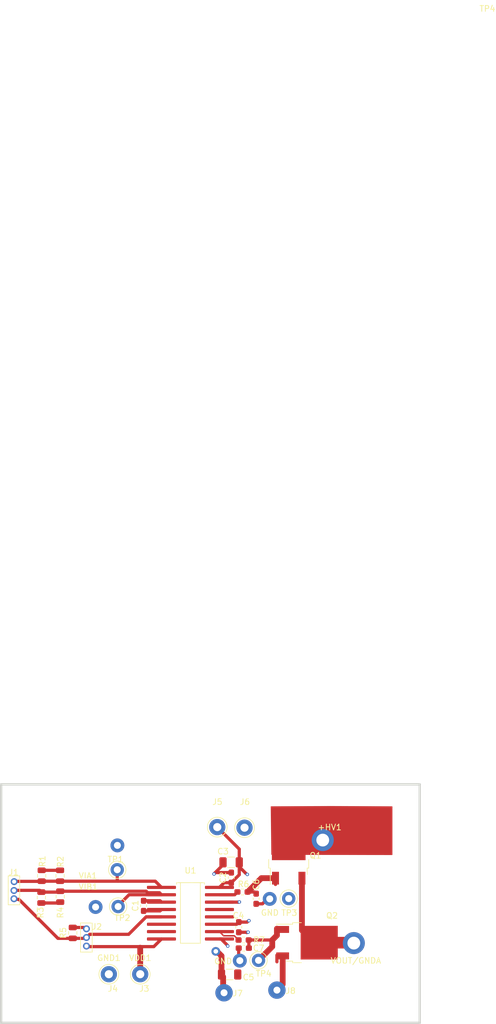
<source format=kicad_pcb>
(kicad_pcb (version 20171130) (host pcbnew "(5.1.4-0-10_14)")

  (general
    (thickness 1.6)
    (drawings 27)
    (tracks 108)
    (zones 0)
    (modules 51)
    (nets 14)
  )

  (page User 200 150.012)
  (layers
    (0 F.Cu signal)
    (31 B.Cu signal)
    (32 B.Adhes user)
    (33 F.Adhes user)
    (34 B.Paste user)
    (35 F.Paste user)
    (36 B.SilkS user)
    (37 F.SilkS user)
    (38 B.Mask user)
    (39 F.Mask user)
    (40 Dwgs.User user)
    (41 Cmts.User user)
    (42 Eco1.User user)
    (43 Eco2.User user)
    (44 Edge.Cuts user)
    (45 Margin user)
    (46 B.CrtYd user)
    (47 F.CrtYd user)
    (48 B.Fab user)
    (49 F.Fab user)
  )

  (setup
    (last_trace_width 0.55)
    (user_trace_width 0.2)
    (user_trace_width 0.35)
    (user_trace_width 0.5)
    (user_trace_width 0.6)
    (user_trace_width 0.8)
    (user_trace_width 1)
    (user_trace_width 1.5)
    (user_trace_width 2)
    (trace_clearance 0.15)
    (zone_clearance 0.508)
    (zone_45_only no)
    (trace_min 0.15)
    (via_size 0.7)
    (via_drill 0.4)
    (via_min_size 0.4)
    (via_min_drill 0.3)
    (user_via 0.7 0.4)
    (user_via 0.8 0.5)
    (user_via 0.9 0.6)
    (user_via 1 0.7)
    (uvia_size 0.3)
    (uvia_drill 0.1)
    (uvias_allowed no)
    (uvia_min_size 0.2)
    (uvia_min_drill 0.1)
    (edge_width 0.05)
    (segment_width 0.2)
    (pcb_text_width 0.3)
    (pcb_text_size 1.5 1.5)
    (mod_edge_width 0.12)
    (mod_text_size 1 1)
    (mod_text_width 0.15)
    (pad_size 0.6 0.6)
    (pad_drill 0.3)
    (pad_to_mask_clearance 0.051)
    (solder_mask_min_width 0.1)
    (aux_axis_origin 0 0)
    (visible_elements FFFFFF7F)
    (pcbplotparams
      (layerselection 0x010fc_ffffffff)
      (usegerberextensions false)
      (usegerberattributes false)
      (usegerberadvancedattributes false)
      (creategerberjobfile false)
      (excludeedgelayer true)
      (linewidth 0.100000)
      (plotframeref false)
      (viasonmask false)
      (mode 1)
      (useauxorigin false)
      (hpglpennumber 1)
      (hpglpenspeed 20)
      (hpglpendiameter 15.000000)
      (psnegative false)
      (psa4output false)
      (plotreference true)
      (plotvalue true)
      (plotinvisibletext false)
      (padsonsilk false)
      (subtractmaskfromsilk false)
      (outputformat 1)
      (mirror false)
      (drillshape 1)
      (scaleselection 1)
      (outputdirectory ""))
  )

  (net 0 "")
  (net 1 "Net-(+HV1-Pad1)")
  (net 2 GND)
  (net 3 /VDA)
  (net 4 /V0B)
  (net 5 /DISABLE)
  (net 6 /VIB1)
  (net 7 /VIA1)
  (net 8 "Net-(R6-Pad2)")
  (net 9 "Net-(R7-Pad2)")
  (net 10 "Net-(U1-Pad13)")
  (net 11 "Net-(U1-Pad12)")
  (net 12 "Net-(U1-Pad7)")
  (net 13 "Net-(U1-Pad6)")

  (net_class Default 这是默认网络类。
    (clearance 0.15)
    (trace_width 0.55)
    (via_dia 0.7)
    (via_drill 0.4)
    (uvia_dia 0.3)
    (uvia_drill 0.1)
    (diff_pair_width 0.2)
    (diff_pair_gap 0.15)
    (add_net /DISABLE)
    (add_net /V0B)
    (add_net /VDA)
    (add_net /VIA1)
    (add_net /VIB1)
    (add_net GND)
    (add_net "Net-(+HV1-Pad1)")
    (add_net "Net-(R6-Pad2)")
    (add_net "Net-(R7-Pad2)")
    (add_net "Net-(U1-Pad12)")
    (add_net "Net-(U1-Pad13)")
    (add_net "Net-(U1-Pad6)")
    (add_net "Net-(U1-Pad7)")
  )

  (module MountingHole:MountingHole_2.2mm_M2_ISO14580_Pad (layer F.Cu) (tedit 6084015A) (tstamp 608459A0)
    (at 103.251 64.77)
    (descr "Mounting Hole 2.2mm, M2, ISO14580")
    (tags "mounting hole 2.2mm m2 iso14580")
    (attr virtual)
    (fp_text reference REF** (at 0 -2.9) (layer F.SilkS) hide
      (effects (font (size 1 1) (thickness 0.15)))
    )
    (fp_text value MountingHole_2.2mm_M2_ISO14580_Pad (at 0 2.9) (layer F.Fab) hide
      (effects (font (size 1 1) (thickness 0.15)))
    )
    (fp_circle (center 0 0) (end 0.4 0) (layer Cmts.User) (width 0.15))
    (pad 1 thru_hole circle (at 0 0) (size 0.6 0.6) (drill 0.3) (layers *.Cu *.Mask)
      (net 2 GND))
  )

  (module MountingHole:MountingHole_2.2mm_M2_ISO14580_Pad (layer F.Cu) (tedit 6084015A) (tstamp 60845996)
    (at 104.902 67.9958)
    (descr "Mounting Hole 2.2mm, M2, ISO14580")
    (tags "mounting hole 2.2mm m2 iso14580")
    (attr virtual)
    (fp_text reference REF** (at 0 -2.9) (layer F.SilkS) hide
      (effects (font (size 1 1) (thickness 0.15)))
    )
    (fp_text value MountingHole_2.2mm_M2_ISO14580_Pad (at 0 2.9) (layer F.Fab) hide
      (effects (font (size 1 1) (thickness 0.15)))
    )
    (fp_circle (center 0 0) (end 0.4 0) (layer Cmts.User) (width 0.15))
    (pad 1 thru_hole circle (at 0 0) (size 0.6 0.6) (drill 0.3) (layers *.Cu *.Mask)
      (net 2 GND))
  )

  (module MountingHole:MountingHole_2.2mm_M2_ISO14580_Pad (layer F.Cu) (tedit 6084015A) (tstamp 6084598C)
    (at 104.6226 60.0202)
    (descr "Mounting Hole 2.2mm, M2, ISO14580")
    (tags "mounting hole 2.2mm m2 iso14580")
    (attr virtual)
    (fp_text reference REF** (at 0 -2.9) (layer F.SilkS) hide
      (effects (font (size 1 1) (thickness 0.15)))
    )
    (fp_text value MountingHole_2.2mm_M2_ISO14580_Pad (at 0 2.9) (layer F.Fab) hide
      (effects (font (size 1 1) (thickness 0.15)))
    )
    (fp_circle (center 0 0) (end 0.4 0) (layer Cmts.User) (width 0.15))
    (pad 1 thru_hole circle (at 0 0) (size 0.6 0.6) (drill 0.3) (layers *.Cu *.Mask)
      (net 2 GND))
  )

  (module MountingHole:MountingHole_2.2mm_M2_ISO14580_Pad (layer F.Cu) (tedit 6084015A) (tstamp 60845982)
    (at 98.8822 59.944)
    (descr "Mounting Hole 2.2mm, M2, ISO14580")
    (tags "mounting hole 2.2mm m2 iso14580")
    (attr virtual)
    (fp_text reference REF** (at 0 -2.9) (layer F.SilkS) hide
      (effects (font (size 1 1) (thickness 0.15)))
    )
    (fp_text value MountingHole_2.2mm_M2_ISO14580_Pad (at 0 2.9) (layer F.Fab) hide
      (effects (font (size 1 1) (thickness 0.15)))
    )
    (fp_circle (center 0 0) (end 0.4 0) (layer Cmts.User) (width 0.15))
    (pad 1 thru_hole circle (at 0 0) (size 0.6 0.6) (drill 0.3) (layers *.Cu *.Mask)
      (net 2 GND))
  )

  (module MountingHole:MountingHole_2.2mm_M2_ISO14580_Pad (layer F.Cu) (tedit 6084015A) (tstamp 60845978)
    (at 104.7496 69.977)
    (descr "Mounting Hole 2.2mm, M2, ISO14580")
    (tags "mounting hole 2.2mm m2 iso14580")
    (attr virtual)
    (fp_text reference REF** (at 0 -2.9) (layer F.SilkS) hide
      (effects (font (size 1 1) (thickness 0.15)))
    )
    (fp_text value MountingHole_2.2mm_M2_ISO14580_Pad (at 0 2.9) (layer F.Fab) hide
      (effects (font (size 1 1) (thickness 0.15)))
    )
    (fp_circle (center 0 0) (end 0.4 0) (layer Cmts.User) (width 0.15))
    (pad 1 thru_hole circle (at 0 0) (size 0.6 0.6) (drill 0.3) (layers *.Cu *.Mask)
      (net 2 GND))
  )

  (module MountingHole:MountingHole_2.2mm_M2_ISO14580_Pad (layer F.Cu) (tedit 6084015A) (tstamp 60845904)
    (at 101.2444 72.3646)
    (descr "Mounting Hole 2.2mm, M2, ISO14580")
    (tags "mounting hole 2.2mm m2 iso14580")
    (attr virtual)
    (fp_text reference REF** (at 0 -2.9) (layer F.SilkS) hide
      (effects (font (size 1 1) (thickness 0.15)))
    )
    (fp_text value MountingHole_2.2mm_M2_ISO14580_Pad (at 0 2.9) (layer F.Fab) hide
      (effects (font (size 1 1) (thickness 0.15)))
    )
    (fp_circle (center 0 0) (end 0.4 0) (layer Cmts.User) (width 0.15))
    (pad 1 thru_hole circle (at 0 0) (size 0.6 0.6) (drill 0.3) (layers *.Cu *.Mask)
      (net 2 GND))
  )

  (module MountingHole:MountingHole_2.2mm_M2_ISO14580_Pad (layer F.Cu) (tedit 608400F4) (tstamp 60845864)
    (at 99.187 73.279)
    (descr "Mounting Hole 2.2mm, M2, ISO14580")
    (tags "mounting hole 2.2mm m2 iso14580")
    (attr virtual)
    (fp_text reference REF** (at 0 -2.9) (layer F.SilkS) hide
      (effects (font (size 1 1) (thickness 0.15)))
    )
    (fp_text value MountingHole_2.2mm_M2_ISO14580_Pad (at 0 2.9) (layer F.Fab) hide
      (effects (font (size 1 1) (thickness 0.15)))
    )
    (fp_circle (center 0 0) (end 0.8 0) (layer Cmts.User) (width 0.15))
    (pad 1 thru_hole circle (at 0 0) (size 1.5 1.5) (drill 0.8) (layers *.Cu *.Mask)
      (net 2 GND))
  )

  (module MountingHole:MountingHole_2.2mm_M2_ISO14580_Pad (layer F.Cu) (tedit 6083FFCD) (tstamp 608454C4)
    (at 76.8858 69.3928)
    (descr "Mounting Hole 2.2mm, M2, ISO14580")
    (tags "mounting hole 2.2mm m2 iso14580")
    (attr virtual)
    (fp_text reference REF** (at 0 -2.9) (layer F.SilkS) hide
      (effects (font (size 1 1) (thickness 0.15)))
    )
    (fp_text value MountingHole_2.2mm_M2_ISO14580_Pad (at 0 2.9) (layer F.Fab) hide
      (effects (font (size 1 1) (thickness 0.15)))
    )
    (fp_circle (center 0 0) (end 0.6 0) (layer Cmts.User) (width 0.15))
    (pad 1 thru_hole circle (at 0 0) (size 1.2 1.2) (drill 0.7) (layers *.Cu *.Mask)
      (net 2 GND))
  )

  (module MountingHole:MountingHole_2.2mm_M2_ISO14580_Pad (layer F.Cu) (tedit 6083FFF6) (tstamp 608454B0)
    (at 76.8858 70.8914)
    (descr "Mounting Hole 2.2mm, M2, ISO14580")
    (tags "mounting hole 2.2mm m2 iso14580")
    (attr virtual)
    (fp_text reference REF** (at 0 -2.9) (layer F.SilkS) hide
      (effects (font (size 1 1) (thickness 0.15)))
    )
    (fp_text value MountingHole_2.2mm_M2_ISO14580_Pad (at 0 2.9) (layer F.Fab) hide
      (effects (font (size 1 1) (thickness 0.15)))
    )
    (fp_circle (center 0 0) (end 0.6 0) (layer Cmts.User) (width 0.15))
    (pad 1 thru_hole circle (at 0 0) (size 1.2 1.2) (drill 0.7) (layers *.Cu *.Mask)
      (net 5 /DISABLE))
  )

  (module MountingHole:MountingHole_2.2mm_M2_ISO14580_Pad (layer F.Cu) (tedit 6083FFEB) (tstamp 608454A6)
    (at 64.4144 61.2648)
    (descr "Mounting Hole 2.2mm, M2, ISO14580")
    (tags "mounting hole 2.2mm m2 iso14580")
    (attr virtual)
    (fp_text reference REF** (at 0 -2.9) (layer F.SilkS) hide
      (effects (font (size 1 1) (thickness 0.15)))
    )
    (fp_text value MountingHole_2.2mm_M2_ISO14580_Pad (at 0 2.9) (layer F.Fab) hide
      (effects (font (size 1 1) (thickness 0.15)))
    )
    (fp_circle (center 0 0) (end 0.6 0) (layer Cmts.User) (width 0.15))
    (pad 1 thru_hole circle (at 0 0) (size 1.2 1.2) (drill 0.7) (layers *.Cu *.Mask)
      (net 7 /VIA1))
  )

  (module MountingHole:MountingHole_2.2mm_M2_ISO14580_Pad (layer F.Cu) (tedit 6083FFDD) (tstamp 6084549C)
    (at 64.389 64.2112)
    (descr "Mounting Hole 2.2mm, M2, ISO14580")
    (tags "mounting hole 2.2mm m2 iso14580")
    (attr virtual)
    (fp_text reference REF** (at 0 -2.9) (layer F.SilkS) hide
      (effects (font (size 1 1) (thickness 0.15)))
    )
    (fp_text value MountingHole_2.2mm_M2_ISO14580_Pad (at 0 2.9) (layer F.Fab) hide
      (effects (font (size 1 1) (thickness 0.15)))
    )
    (fp_circle (center 0 0) (end 0.6 0) (layer Cmts.User) (width 0.15))
    (pad 1 thru_hole circle (at 0 0) (size 1.2 1.2) (drill 0.7) (layers *.Cu *.Mask)
      (net 5 /DISABLE))
  )

  (module MountingHole:MountingHole_2.2mm_M2_ISO14580_Pad (layer F.Cu) (tedit 6083FFF1) (tstamp 6084547A)
    (at 64.389 62.7888)
    (descr "Mounting Hole 2.2mm, M2, ISO14580")
    (tags "mounting hole 2.2mm m2 iso14580")
    (attr virtual)
    (fp_text reference REF** (at 0 -2.9) (layer F.SilkS) hide
      (effects (font (size 1 1) (thickness 0.15)))
    )
    (fp_text value MountingHole_2.2mm_M2_ISO14580_Pad (at 0 2.9) (layer F.Fab) hide
      (effects (font (size 1 1) (thickness 0.15)))
    )
    (fp_circle (center 0 0) (end 0.6 0) (layer Cmts.User) (width 0.15))
    (pad 1 thru_hole circle (at 0 0) (size 1.2 1.2) (drill 0.7) (layers *.Cu *.Mask)
      (net 6 /VIB1))
  )

  (module MountingHole:MountingHole_2.2mm_M2_ISO14580_Pad (layer F.Cu) (tedit 6083FFD7) (tstamp 60845423)
    (at 76.8858 72.3646)
    (descr "Mounting Hole 2.2mm, M2, ISO14580")
    (tags "mounting hole 2.2mm m2 iso14580")
    (attr virtual)
    (fp_text reference REF** (at 0 -2.9) (layer F.SilkS) hide
      (effects (font (size 1 1) (thickness 0.15)))
    )
    (fp_text value MountingHole_2.2mm_M2_ISO14580_Pad (at 0 2.9) (layer F.Fab) hide
      (effects (font (size 1 1) (thickness 0.15)))
    )
    (fp_circle (center 0 0) (end 0.6 0) (layer Cmts.User) (width 0.15))
    (pad 1 thru_hole circle (at 0 0) (size 1.2 1.2) (drill 0.7) (layers *.Cu *.Mask)
      (net 2 GND))
  )

  (module MountingHole:MountingHole_2.2mm_M2_ISO14580_Pad (layer F.Cu) (tedit 6083FE7B) (tstamp 6084518E)
    (at 103.3272 74.8792)
    (descr "Mounting Hole 2.2mm, M2, ISO14580")
    (tags "mounting hole 2.2mm m2 iso14580")
    (attr virtual)
    (fp_text reference REF** (at 0 -2.9) (layer F.SilkS) hide
      (effects (font (size 1 1) (thickness 0.15)))
    )
    (fp_text value MountingHole_2.2mm_M2_ISO14580_Pad (at 0 2.9) (layer F.Fab) hide
      (effects (font (size 1 1) (thickness 0.15)))
    )
    (fp_circle (center 0 0) (end 1.3 0) (layer Cmts.User) (width 0.15))
    (pad 1 thru_hole circle (at 0 0) (size 2.4 2.4) (drill 1.2) (layers *.Cu *.Mask)
      (net 2 GND))
  )

  (module MountingHole:MountingHole_2.2mm_M2_ISO14580_Pad (layer F.Cu) (tedit 6083FE7B) (tstamp 60845115)
    (at 108.4834 64.2366)
    (descr "Mounting Hole 2.2mm, M2, ISO14580")
    (tags "mounting hole 2.2mm m2 iso14580")
    (attr virtual)
    (fp_text reference REF** (at 0 -2.9) (layer F.SilkS) hide
      (effects (font (size 1 1) (thickness 0.15)))
    )
    (fp_text value MountingHole_2.2mm_M2_ISO14580_Pad (at 0 2.9) (layer F.Fab) hide
      (effects (font (size 1 1) (thickness 0.15)))
    )
    (fp_circle (center 0 0) (end 1.3 0) (layer Cmts.User) (width 0.15))
    (pad 1 thru_hole circle (at 0 0) (size 2.4 2.4) (drill 1.2) (layers *.Cu *.Mask)
      (net 2 GND))
  )

  (module MountingHole:MountingHole_2.2mm_M2_ISO14580_Pad (layer F.Cu) (tedit 6083FE75) (tstamp 60845109)
    (at 78.4606 65.6336)
    (descr "Mounting Hole 2.2mm, M2, ISO14580")
    (tags "mounting hole 2.2mm m2 iso14580")
    (attr virtual)
    (fp_text reference REF** (at 0 -2.9) (layer F.SilkS) hide
      (effects (font (size 1 1) (thickness 0.15)))
    )
    (fp_text value MountingHole_2.2mm_M2_ISO14580_Pad (at 0 2.9) (layer F.Fab) hide
      (effects (font (size 1 1) (thickness 0.15)))
    )
    (fp_circle (center 0 0) (end 1.3 0) (layer Cmts.User) (width 0.15))
    (pad 1 thru_hole circle (at 0 0) (size 2.4 2.4) (drill 1.2) (layers *.Cu *.Mask)
      (net 2 GND))
  )

  (module MountingHole:MountingHole_2.2mm_M2_ISO14580_Pad (layer F.Cu) (tedit 6083FE67) (tstamp 6083F6D5)
    (at 82.2198 55.0164)
    (descr "Mounting Hole 2.2mm, M2, ISO14580")
    (tags "mounting hole 2.2mm m2 iso14580")
    (attr virtual)
    (fp_text reference REF** (at 0 -2.9) (layer F.SilkS) hide
      (effects (font (size 1 1) (thickness 0.15)))
    )
    (fp_text value MountingHole_2.2mm_M2_ISO14580_Pad (at 0 2.9) (layer F.Fab) hide
      (effects (font (size 1 1) (thickness 0.15)))
    )
    (fp_circle (center 0 0) (end 1.3 0) (layer Cmts.User) (width 0.15))
    (pad 1 thru_hole circle (at 0 0) (size 2.4 2.4) (drill 1.2) (layers *.Cu *.Mask)
      (net 2 GND))
  )

  (module MountingHole:MountingHole_2.2mm_M2_ISO14580_Pad (layer F.Cu) (tedit 56D1B4CB) (tstamp 6084853E)
    (at 117.6274 54.102)
    (descr "Mounting Hole 2.2mm, M2, ISO14580")
    (tags "mounting hole 2.2mm m2 iso14580")
    (path /60925F29)
    (attr virtual)
    (fp_text reference +HV1 (at 1.1938 -2.2098) (layer F.SilkS)
      (effects (font (size 1 1) (thickness 0.15)))
    )
    (fp_text value IN (at 0 -2.05) (layer F.Fab) hide
      (effects (font (size 1 1) (thickness 0.15)))
    )
    (fp_circle (center 0 0) (end 2.15 0) (layer F.CrtYd) (width 0.05))
    (fp_circle (center 0 0) (end 1.9 0) (layer Cmts.User) (width 0.15))
    (fp_text user %R (at -0.2032 -2.5654) (layer F.Fab) hide
      (effects (font (size 1 1) (thickness 0.15)))
    )
    (pad 1 thru_hole circle (at 0 0) (size 3.8 3.8) (drill 2.2) (layers *.Cu *.Mask)
      (net 1 "Net-(+HV1-Pad1)"))
  )

  (module MountingHole:MountingHole_2.2mm_M2_ISO14580_Pad (layer F.Cu) (tedit 56D1B4CB) (tstamp 60848765)
    (at 122.9868 71.8566)
    (descr "Mounting Hole 2.2mm, M2, ISO14580")
    (tags "mounting hole 2.2mm m2 iso14580")
    (path /60926C64)
    (attr virtual)
    (fp_text reference VOUT/GNDA (at 0.3556 3.0226) (layer F.SilkS)
      (effects (font (size 1 1) (thickness 0.15)))
    )
    (fp_text value Conn_01x01 (at 0 -2.05) (layer F.Fab) hide
      (effects (font (size 1 1) (thickness 0.15)))
    )
    (fp_circle (center 0 0) (end 2.15 0) (layer F.CrtYd) (width 0.05))
    (fp_circle (center 0 0) (end 1.9 0) (layer Cmts.User) (width 0.15))
    (fp_text user %R (at 6.3754 0.9906) (layer F.Fab) hide
      (effects (font (size 1 1) (thickness 0.15)))
    )
    (pad 1 thru_hole circle (at 0 0) (size 3.8 3.8) (drill 2.2) (layers *.Cu *.Mask)
      (net 2 GND))
  )

  (module TestPoint:TestPoint_Loop_D2.60mm_Drill1.4mm_Beaded (layer F.Cu) (tedit 6083F69C) (tstamp 60848724)
    (at 111.76 64.1858)
    (descr "wire loop with bead as test point, loop diameter2.6mm, hole diameter 1.4mm")
    (tags "test point wire loop bead")
    (path /60886C64)
    (fp_text reference TP3 (at 0.1016 2.4638) (layer F.SilkS)
      (effects (font (size 1 1) (thickness 0.15)))
    )
    (fp_text value Conn_01x02 (at 1 -2.1) (layer F.Fab) hide
      (effects (font (size 1 1) (thickness 0.15)))
    )
    (fp_text user %R (at 2.8 2.3) (layer F.Fab) hide
      (effects (font (size 1 1) (thickness 0.15)))
    )
    (fp_circle (center 0 0) (end 1.3 0) (layer F.Fab) (width 0.12))
    (fp_circle (center 0 0) (end 1.5 0) (layer F.SilkS) (width 0.12))
    (fp_line (start 1.3 -0.3) (end -1.3 -0.3) (layer F.Fab) (width 0.12))
    (fp_line (start 1.3 0.3) (end 1.3 -0.3) (layer F.Fab) (width 0.12))
    (fp_line (start -1.3 0.3) (end 1.3 0.3) (layer F.Fab) (width 0.12))
    (fp_line (start -1.3 -0.3) (end -1.3 0.3) (layer F.Fab) (width 0.12))
    (pad 1 thru_hole circle (at 0 0) (size 2.3 2.3) (drill 1.2) (layers *.Cu *.Mask)
      (net 3 /VDA))
    (model ${KISYS3DMOD}/TestPoint.3dshapes/TestPoint_Loop_D2.60mm_Drill1.4mm_Beaded.wrl
      (at (xyz 0 0 0))
      (scale (xyz 1 1 1))
      (rotate (xyz 0 0 0))
    )
  )

  (module TestPoint:TestPoint_Loop_D2.60mm_Drill1.4mm_Beaded (layer F.Cu) (tedit 6083F4C8) (tstamp 60848734)
    (at 106.553 74.8284)
    (descr "wire loop with bead as test point, loop diameter2.6mm, hole diameter 1.4mm")
    (tags "test point wire loop bead")
    (path /608FED1F)
    (fp_text reference TP4 (at 0.889 2.286) (layer F.SilkS)
      (effects (font (size 1 1) (thickness 0.15)))
    )
    (fp_text value Conn_01x02 (at 1 -2.1) (layer F.Fab) hide
      (effects (font (size 1 1) (thickness 0.15)))
    )
    (fp_text user %R (at 0.7 2.5) (layer F.Fab) hide
      (effects (font (size 1 1) (thickness 0.15)))
    )
    (fp_circle (center 0 0) (end 1.3 0) (layer F.Fab) (width 0.12))
    (fp_circle (center 0 0) (end 1.5 0) (layer F.SilkS) (width 0.12))
    (fp_line (start 1.3 -0.3) (end -1.3 -0.3) (layer F.Fab) (width 0.12))
    (fp_line (start 1.3 0.3) (end 1.3 -0.3) (layer F.Fab) (width 0.12))
    (fp_line (start -1.3 0.3) (end 1.3 0.3) (layer F.Fab) (width 0.12))
    (fp_line (start -1.3 -0.3) (end -1.3 0.3) (layer F.Fab) (width 0.12))
    (pad 1 thru_hole circle (at 0 0) (size 2.3 2.3) (drill 1.2) (layers *.Cu *.Mask)
      (net 4 /V0B))
    (model ${KISYS3DMOD}/TestPoint.3dshapes/TestPoint_Loop_D2.60mm_Drill1.4mm_Beaded.wrl
      (at (xyz 0 0 0))
      (scale (xyz 1 1 1))
      (rotate (xyz 0 0 0))
    )
  )

  (module TestPoint:TestPoint_Loop_D2.60mm_Drill1.4mm_Beaded (layer F.Cu) (tedit 6083F497) (tstamp 60848704)
    (at 82.1944 59.2074 90)
    (descr "wire loop with bead as test point, loop diameter2.6mm, hole diameter 1.4mm")
    (tags "test point wire loop bead")
    (path /60833E5D)
    (fp_text reference TP1 (at 1.778 -0.3048 180) (layer F.SilkS)
      (effects (font (size 1 1) (thickness 0.15)))
    )
    (fp_text value VIA1 (at 1.0414 -1.778 90) (layer F.Fab) hide
      (effects (font (size 1 1) (thickness 0.15)))
    )
    (fp_text user %R (at 2.8 2.3 180) (layer F.Fab) hide
      (effects (font (size 1 1) (thickness 0.15)))
    )
    (fp_circle (center 0 0) (end 1.3 0) (layer F.Fab) (width 0.12))
    (fp_circle (center 0 0) (end 1.5 0) (layer F.SilkS) (width 0.12))
    (fp_line (start 1.3 -0.3) (end -1.3 -0.3) (layer F.Fab) (width 0.12))
    (fp_line (start 1.3 0.3) (end 1.3 -0.3) (layer F.Fab) (width 0.12))
    (fp_line (start -1.3 0.3) (end 1.3 0.3) (layer F.Fab) (width 0.12))
    (fp_line (start -1.3 -0.3) (end -1.3 0.3) (layer F.Fab) (width 0.12))
    (pad 1 thru_hole circle (at 0 0 90) (size 2.3 2.3) (drill 1.2) (layers *.Cu *.Mask)
      (net 7 /VIA1))
    (model ${KISYS3DMOD}/TestPoint.3dshapes/TestPoint_Loop_D2.60mm_Drill1.4mm_Beaded.wrl
      (at (xyz 0 0 0))
      (scale (xyz 1 1 1))
      (rotate (xyz 0 0 0))
    )
  )

  (module Package_SO:SOIC-16_4.55x10.3mm_P1.27mm (layer F.Cu) (tedit 6082F83F) (tstamp 6084875B)
    (at 94.8182 66.7004)
    (descr "SOIC, 16 Pin (https://toshiba.semicon-storage.com/info/docget.jsp?did=12858&prodName=TLP291-4), generated with kicad-footprint-generator ipc_gullwing_generator.py")
    (tags "SOIC SO")
    (path /6082AEC5)
    (attr smd)
    (fp_text reference U1 (at 0 -7.35) (layer F.SilkS)
      (effects (font (size 1 1) (thickness 0.15)))
    )
    (fp_text value ADUM3223BRZ-RL7 (at -7.0358 6.4262) (layer F.Fab) hide
      (effects (font (size 1 1) (thickness 0.15)))
    )
    (fp_text user %R (at 0 0) (layer F.Fab)
      (effects (font (size 1 1) (thickness 0.15)))
    )
    (fp_line (start -2 -4.15) (end -1.275 -5.15) (layer F.Fab) (width 0.1))
    (fp_line (start -2 5.15) (end -2 -4.15) (layer F.Fab) (width 0.1))
    (fp_line (start 2 5.15) (end -2 5.15) (layer F.Fab) (width 0.1))
    (fp_line (start 2 -5.15) (end 2 5.15) (layer F.Fab) (width 0.1))
    (fp_line (start -1.275 -5.15) (end 2 -5.15) (layer F.Fab) (width 0.1))
    (fp_line (start -2.385 -5.26) (end -2.385 -4.98) (layer F.SilkS) (width 0.12))
    (fp_line (start 0 -5.26) (end -2.385 -5.26) (layer F.SilkS) (width 0.12))
    (fp_line (start 2.385 -5.26) (end 2.385 -4.98) (layer F.SilkS) (width 0.12))
    (fp_line (start 0 -5.26) (end 2.385 -5.26) (layer F.SilkS) (width 0.12))
    (pad 16 smd roundrect (at 5 -4.445) (size 5 0.55) (layers F.Cu F.Paste F.Mask) (roundrect_rratio 0.25)
      (net 2 GND))
    (pad 15 smd roundrect (at 5 -3.175) (size 5 0.55) (layers F.Cu F.Paste F.Mask) (roundrect_rratio 0.25)
      (net 8 "Net-(R6-Pad2)"))
    (pad 14 smd roundrect (at 5 -1.905) (size 5 0.55) (layers F.Cu F.Paste F.Mask) (roundrect_rratio 0.25)
      (net 2 GND))
    (pad 13 smd roundrect (at 5 -0.635) (size 5 0.55) (layers F.Cu F.Paste F.Mask) (roundrect_rratio 0.25)
      (net 10 "Net-(U1-Pad13)"))
    (pad 12 smd roundrect (at 5 0.635) (size 5 0.55) (layers F.Cu F.Paste F.Mask) (roundrect_rratio 0.25)
      (net 11 "Net-(U1-Pad12)"))
    (pad 11 smd roundrect (at 5 1.905) (size 5 0.55) (layers F.Cu F.Paste F.Mask) (roundrect_rratio 0.25)
      (net 2 GND))
    (pad 10 smd roundrect (at 5 3.175) (size 5 0.55) (layers F.Cu F.Paste F.Mask) (roundrect_rratio 0.25)
      (net 9 "Net-(R7-Pad2)"))
    (pad 9 smd roundrect (at 5 4.445) (size 5 0.55) (layers F.Cu F.Paste F.Mask) (roundrect_rratio 0.25)
      (net 2 GND))
    (pad 8 smd roundrect (at -5 4.445) (size 5 0.55) (layers F.Cu F.Paste F.Mask) (roundrect_rratio 0.25)
      (net 2 GND))
    (pad 7 smd roundrect (at -5 3.175) (size 5 0.55) (layers F.Cu F.Paste F.Mask) (roundrect_rratio 0.25)
      (net 12 "Net-(U1-Pad7)"))
    (pad 6 smd roundrect (at -5 1.905) (size 5 0.55) (layers F.Cu F.Paste F.Mask) (roundrect_rratio 0.25)
      (net 13 "Net-(U1-Pad6)"))
    (pad 5 smd roundrect (at -5 0.635) (size 5 0.55) (layers F.Cu F.Paste F.Mask) (roundrect_rratio 0.25)
      (net 5 /DISABLE))
    (pad 4 smd roundrect (at -5 -0.635) (size 5 0.55) (layers F.Cu F.Paste F.Mask) (roundrect_rratio 0.25)
      (net 2 GND))
    (pad 3 smd roundrect (at -5 -1.905) (size 5 0.55) (layers F.Cu F.Paste F.Mask) (roundrect_rratio 0.25)
      (net 2 GND))
    (pad 2 smd roundrect (at -5 -3.175) (size 5 0.55) (layers F.Cu F.Paste F.Mask) (roundrect_rratio 0.25)
      (net 6 /VIB1))
    (pad 1 smd roundrect (at -5 -4.445) (size 5 0.55) (layers F.Cu F.Paste F.Mask) (roundrect_rratio 0.25)
      (net 7 /VIA1))
    (model ${KISYS3DMOD}/Package_SO.3dshapes/SOIC-16_4.55x10.3mm_P1.27mm.wrl
      (at (xyz 0 0 0))
      (scale (xyz 1 1 1))
      (rotate (xyz 0 0 0))
    )
  )

  (module TestPoint:TestPoint_Loop_D2.60mm_Drill1.4mm_Beaded (layer F.Cu) (tedit 6083F2D8) (tstamp 60848714)
    (at 82.3468 65.5574 180)
    (descr "wire loop with bead as test point, loop diameter2.6mm, hole diameter 1.4mm")
    (tags "test point wire loop bead")
    (path /60836C86)
    (fp_text reference TP2 (at -0.7366 -1.9558 180) (layer F.SilkS)
      (effects (font (size 1 1) (thickness 0.15)))
    )
    (fp_text value V1B1 (at 1 -2.1 180) (layer F.Fab) hide
      (effects (font (size 1 1) (thickness 0.15)))
    )
    (fp_text user %R (at -1.9304 -2.159 180) (layer F.Fab) hide
      (effects (font (size 1 1) (thickness 0.15)))
    )
    (fp_circle (center 0 0) (end 1.3 0) (layer F.Fab) (width 0.12))
    (fp_circle (center 0 0) (end 1.5 0) (layer F.SilkS) (width 0.12))
    (fp_line (start 1.3 -0.3) (end -1.3 -0.3) (layer F.Fab) (width 0.12))
    (fp_line (start 1.3 0.3) (end 1.3 -0.3) (layer F.Fab) (width 0.12))
    (fp_line (start -1.3 0.3) (end 1.3 0.3) (layer F.Fab) (width 0.12))
    (fp_line (start -1.3 -0.3) (end -1.3 0.3) (layer F.Fab) (width 0.12))
    (pad 1 thru_hole circle (at 0 0 180) (size 2.3 2.3) (drill 1.2) (layers *.Cu *.Mask)
      (net 6 /VIB1))
    (model ${KISYS3DMOD}/TestPoint.3dshapes/TestPoint_Loop_D2.60mm_Drill1.4mm_Beaded.wrl
      (at (xyz 0 0 0))
      (scale (xyz 1 1 1))
      (rotate (xyz 0 0 0))
    )
  )

  (module MountingHole:MountingHole_2.1mm (layer F.Cu) (tedit 608324E7) (tstamp 608331A8)
    (at 131.6482 47.7266)
    (descr "Mounting Hole 2.1mm, no annular")
    (tags "mounting hole 2.1mm no annular")
    (attr virtual)
    (fp_text reference REF** (at 0 -3.2) (layer F.SilkS) hide
      (effects (font (size 1 1) (thickness 0.15)))
    )
    (fp_text value MountingHole_2.1mm (at 0 3.2) (layer F.Fab) hide
      (effects (font (size 1 1) (thickness 0.15)))
    )
    (fp_text user %R (at 0.3 0) (layer F.Fab) hide
      (effects (font (size 1 1) (thickness 0.15)))
    )
    (pad "" np_thru_hole circle (at 0 0) (size 2.1 2.1) (drill 2.1) (layers *.Cu *.Mask))
  )

  (module MountingHole:MountingHole_2.1mm (layer F.Cu) (tedit 608324A1) (tstamp 608331CC)
    (at 131.7752 83.2358)
    (descr "Mounting Hole 2.1mm, no annular")
    (tags "mounting hole 2.1mm no annular")
    (attr virtual)
    (fp_text reference REF** (at 0 -3.2) (layer F.SilkS) hide
      (effects (font (size 1 1) (thickness 0.15)))
    )
    (fp_text value MountingHole_2.1mm (at 0 3.2) (layer F.Fab) hide
      (effects (font (size 1 1) (thickness 0.15)))
    )
    (fp_text user %R (at 0.3 0) (layer F.Fab) hide
      (effects (font (size 1 1) (thickness 0.15)))
    )
    (pad "" np_thru_hole circle (at -0.0508 0) (size 2.1 2.1) (drill 2.1) (layers *.Cu *.Mask))
  )

  (module MountingHole:MountingHole_2.1mm (layer F.Cu) (tedit 60832442) (tstamp 60833184)
    (at 64.3636 83.2104)
    (descr "Mounting Hole 2.1mm, no annular")
    (tags "mounting hole 2.1mm no annular")
    (attr virtual)
    (fp_text reference REF** (at 0 -3.2) (layer F.SilkS) hide
      (effects (font (size 1 1) (thickness 0.15)))
    )
    (fp_text value MountingHole_2.1mm (at 0 3.2) (layer F.Fab) hide
      (effects (font (size 1 1) (thickness 0.15)))
    )
    (pad "" np_thru_hole circle (at 0 0) (size 2.1 2.1) (drill 2.1) (layers *.Cu *.Mask))
  )

  (module MountingHole:MountingHole_2.1mm (layer F.Cu) (tedit 60831D48) (tstamp 608327E2)
    (at 64.3636 46.8376)
    (descr "Mounting Hole 2.1mm, no annular")
    (tags "mounting hole 2.1mm no annular")
    (attr virtual)
    (fp_text reference REF** (at 0 -3.2) (layer F.SilkS) hide
      (effects (font (size 1 1) (thickness 0.15)))
    )
    (fp_text value MountingHole_2.1mm (at 0 3.2) (layer F.Fab) hide
      (effects (font (size 1 1) (thickness 0.15)))
    )
    (pad "" np_thru_hole circle (at 0 0) (size 2.1 2.1) (drill 2.1) (layers *.Cu *.Mask))
  )

  (module TestPoint:TestPoint_Loop_D2.60mm_Drill1.4mm_Beaded (layer F.Cu) (tedit 608310F9) (tstamp 608485F4)
    (at 86.1568 77.216)
    (descr "wire loop with bead as test point, loop diameter2.6mm, hole diameter 1.4mm")
    (tags "test point wire loop bead")
    (path /608443D3)
    (fp_text reference J3 (at 0.7 2.5) (layer F.SilkS)
      (effects (font (size 1 1) (thickness 0.15)))
    )
    (fp_text value VDD1 (at 0 -2.8) (layer F.SilkS)
      (effects (font (size 1 1) (thickness 0.15)))
    )
    (fp_text user %R (at 0.7 2.5) (layer F.Fab)
      (effects (font (size 1 1) (thickness 0.15)))
    )
    (fp_circle (center 0 0) (end 2 0) (layer F.CrtYd) (width 0.05))
    (fp_line (start 1.3 -0.3) (end -1.3 -0.3) (layer F.Fab) (width 0.12))
    (fp_line (start 1.3 0.3) (end 1.3 -0.3) (layer F.Fab) (width 0.12))
    (fp_line (start -1.3 0.3) (end 1.3 0.3) (layer F.Fab) (width 0.12))
    (fp_line (start -1.3 -0.3) (end -1.3 0.3) (layer F.Fab) (width 0.12))
    (fp_circle (center 0 0) (end 1.7 0) (layer F.SilkS) (width 0.12))
    (fp_circle (center 0 0) (end 1.5 0) (layer F.Fab) (width 0.12))
    (pad 1 thru_hole circle (at 0 0) (size 2.8 2.8) (drill 1.4) (layers *.Cu *.Mask)
      (net 2 GND))
    (model ${KISYS3DMOD}/TestPoint.3dshapes/TestPoint_Loop_D2.60mm_Drill1.4mm_Beaded.wrl
      (at (xyz 0 0 0))
      (scale (xyz 1 1 1))
      (rotate (xyz 0 0 0))
    )
  )

  (module TestPoint:TestPoint_Loop_D2.60mm_Drill1.4mm_Beaded (layer F.Cu) (tedit 60831E19) (tstamp 60848601)
    (at 80.7466 77.216)
    (descr "wire loop with bead as test point, loop diameter2.6mm, hole diameter 1.4mm")
    (tags "test point wire loop bead")
    (path /60864AB3)
    (fp_text reference J4 (at 0.7 2.5) (layer F.SilkS)
      (effects (font (size 1 1) (thickness 0.15)))
    )
    (fp_text value GND1 (at 0 -2.8) (layer F.SilkS)
      (effects (font (size 1 1) (thickness 0.15)))
    )
    (fp_text user %R (at 0.7 2.5) (layer F.Fab)
      (effects (font (size 1 1) (thickness 0.15)))
    )
    (fp_circle (center 0 0) (end 2 0) (layer F.CrtYd) (width 0.05))
    (fp_line (start 1.3 -0.3) (end -1.3 -0.3) (layer F.Fab) (width 0.12))
    (fp_line (start 1.3 0.3) (end 1.3 -0.3) (layer F.Fab) (width 0.12))
    (fp_line (start -1.3 0.3) (end 1.3 0.3) (layer F.Fab) (width 0.12))
    (fp_line (start -1.3 -0.3) (end -1.3 0.3) (layer F.Fab) (width 0.12))
    (fp_circle (center 0 0) (end 1.7 0) (layer F.SilkS) (width 0.12))
    (fp_circle (center 0 0) (end 1.5 0) (layer F.Fab) (width 0.12))
    (pad 1 thru_hole circle (at 0 0) (size 2.8 2.8) (drill 1.4) (layers *.Cu *.Mask)
      (net 2 GND))
    (model ${KISYS3DMOD}/TestPoint.3dshapes/TestPoint_Loop_D2.60mm_Drill1.4mm_Beaded.wrl
      (at (xyz 0 0 0))
      (scale (xyz 1 1 1))
      (rotate (xyz 0 0 0))
    )
  )

  (module TestPoint:TestPoint_Loop_D2.60mm_Drill1.4mm_Beaded (layer F.Cu) (tedit 60831169) (tstamp 6084861B)
    (at 104.14 51.9684)
    (descr "wire loop with bead as test point, loop diameter2.6mm, hole diameter 1.4mm")
    (tags "test point wire loop bead")
    (path /6093E6FA)
    (fp_text reference J6 (at 0.0762 -4.445) (layer F.SilkS)
      (effects (font (size 1 1) (thickness 0.15)))
    )
    (fp_text value VOUT/GNDA (at 2.5146 -2.8194) (layer F.Fab)
      (effects (font (size 1 1) (thickness 0.15)))
    )
    (fp_text user %R (at 0.7 2.5) (layer F.Fab) hide
      (effects (font (size 1 1) (thickness 0.15)))
    )
    (fp_circle (center 0 0) (end 1.5 0) (layer F.Fab) (width 0.12))
    (fp_circle (center 0 0) (end 1.7 0) (layer F.SilkS) (width 0.12))
    (fp_circle (center 0 0) (end 2 0) (layer F.CrtYd) (width 0.05))
    (fp_line (start 1.3 -0.3) (end -1.3 -0.3) (layer F.Fab) (width 0.12))
    (fp_line (start 1.3 0.3) (end 1.3 -0.3) (layer F.Fab) (width 0.12))
    (fp_line (start -1.3 0.3) (end 1.3 0.3) (layer F.Fab) (width 0.12))
    (fp_line (start -1.3 -0.3) (end -1.3 0.3) (layer F.Fab) (width 0.12))
    (pad 1 thru_hole circle (at 0 0) (size 2.8 2.8) (drill 1.4) (layers *.Cu *.Mask))
    (model ${KISYS3DMOD}/TestPoint.3dshapes/TestPoint_Loop_D2.60mm_Drill1.4mm_Beaded.wrl
      (at (xyz 0 0 0))
      (scale (xyz 1 1 1))
      (rotate (xyz 0 0 0))
    )
  )

  (module TestPoint:TestPoint_Loop_D2.60mm_Drill1.4mm_Beaded (layer F.Cu) (tedit 6083115E) (tstamp 6084860E)
    (at 99.441 51.8668)
    (descr "wire loop with bead as test point, loop diameter2.6mm, hole diameter 1.4mm")
    (tags "test point wire loop bead")
    (path /6092545F)
    (fp_text reference J5 (at 0.0254 -4.3434) (layer F.SilkS)
      (effects (font (size 1 1) (thickness 0.15)))
    )
    (fp_text value VDDA (at 0 -2.8) (layer F.Fab)
      (effects (font (size 1 1) (thickness 0.15)))
    )
    (fp_text user %R (at 0.7 2.5) (layer F.Fab) hide
      (effects (font (size 1 1) (thickness 0.15)))
    )
    (fp_circle (center 0 0) (end 1.5 0) (layer F.Fab) (width 0.12))
    (fp_circle (center 0 0) (end 1.7 0) (layer F.SilkS) (width 0.12))
    (fp_circle (center 0 0) (end 2 0) (layer F.CrtYd) (width 0.05))
    (fp_line (start 1.3 -0.3) (end -1.3 -0.3) (layer F.Fab) (width 0.12))
    (fp_line (start 1.3 0.3) (end 1.3 -0.3) (layer F.Fab) (width 0.12))
    (fp_line (start -1.3 0.3) (end 1.3 0.3) (layer F.Fab) (width 0.12))
    (fp_line (start -1.3 -0.3) (end -1.3 0.3) (layer F.Fab) (width 0.12))
    (pad 1 thru_hole circle (at 0 0) (size 2.8 2.8) (drill 1.4) (layers *.Cu *.Mask)
      (net 2 GND))
    (model ${KISYS3DMOD}/TestPoint.3dshapes/TestPoint_Loop_D2.60mm_Drill1.4mm_Beaded.wrl
      (at (xyz 0 0 0))
      (scale (xyz 1 1 1))
      (rotate (xyz 0 0 0))
    )
  )

  (module TestPoint:TestPoint_Loop_D2.60mm_Drill1.4mm_Beaded (layer F.Cu) (tedit 60830BED) (tstamp 60848628)
    (at 100.6094 80.4164)
    (descr "wire loop with bead as test point, loop diameter2.6mm, hole diameter 1.4mm")
    (tags "test point wire loop bead")
    (path /6092739D)
    (fp_text reference J7 (at 2.3622 0.1016) (layer F.SilkS)
      (effects (font (size 1 1) (thickness 0.15)))
    )
    (fp_text value VDDB (at 0 2.7178) (layer F.Fab)
      (effects (font (size 1 1) (thickness 0.15)))
    )
    (fp_text user %R (at 4.9022 1.8288) (layer F.Fab) hide
      (effects (font (size 1 1) (thickness 0.15)))
    )
    (fp_circle (center 0 0) (end 1.6 0) (layer F.CrtYd) (width 0.05))
    (fp_line (start 1.3 -0.3) (end -1.3 -0.3) (layer F.Fab) (width 0.12))
    (fp_line (start 1.3 0.3) (end 1.3 -0.3) (layer F.Fab) (width 0.12))
    (fp_line (start -1.3 0.3) (end 1.3 0.3) (layer F.Fab) (width 0.12))
    (fp_line (start -1.3 -0.3) (end -1.3 0.3) (layer F.Fab) (width 0.12))
    (pad 1 thru_hole circle (at 0 0) (size 3 3) (drill 1.2) (layers *.Cu *.Mask)
      (net 2 GND))
    (model ${KISYS3DMOD}/TestPoint.3dshapes/TestPoint_Loop_D2.60mm_Drill1.4mm_Beaded.wrl
      (at (xyz 0 0 0))
      (scale (xyz 1 1 1))
      (rotate (xyz 0 0 0))
    )
  )

  (module TestPoint:TestPoint_Loop_D2.60mm_Drill1.4mm_Beaded (layer F.Cu) (tedit 60830626) (tstamp 60848635)
    (at 109.728 79.9592)
    (descr "wire loop with bead as test point, loop diameter2.6mm, hole diameter 1.4mm")
    (tags "test point wire loop bead")
    (path /60927BE2)
    (fp_text reference J8 (at 2.3622 0.127) (layer F.SilkS)
      (effects (font (size 1 1) (thickness 0.15)))
    )
    (fp_text value GNDB (at -0.0508 2.9972) (layer F.Fab)
      (effects (font (size 1 1) (thickness 0.15)))
    )
    (fp_text user %R (at 0.7 2.5) (layer F.Fab) hide
      (effects (font (size 1 1) (thickness 0.15)))
    )
    (fp_circle (center 0 0) (end 1.6 0) (layer F.CrtYd) (width 0.05))
    (fp_line (start 1.3 -0.3) (end -1.3 -0.3) (layer F.Fab) (width 0.12))
    (fp_line (start 1.3 0.3) (end 1.3 -0.3) (layer F.Fab) (width 0.12))
    (fp_line (start -1.3 0.3) (end 1.3 0.3) (layer F.Fab) (width 0.12))
    (fp_line (start -1.3 -0.3) (end -1.3 0.3) (layer F.Fab) (width 0.12))
    (pad 1 thru_hole circle (at 0 0) (size 3 3) (drill 1.2) (layers *.Cu *.Mask)
      (net 2 GND))
    (model ${KISYS3DMOD}/TestPoint.3dshapes/TestPoint_Loop_D2.60mm_Drill1.4mm_Beaded.wrl
      (at (xyz 0 0 0))
      (scale (xyz 1 1 1))
      (rotate (xyz 0 0 0))
    )
  )

  (module Capacitor_SMD:C_0603_1608Metric_Pad1.05x0.95mm_HandSolder (layer F.Cu) (tedit 60831EA3) (tstamp 60848582)
    (at 103.1494 69.1134 90)
    (descr "Capacitor SMD 0603 (1608 Metric), square (rectangular) end terminal, IPC_7351 nominal with elongated pad for handsoldering. (Body size source: http://www.tortai-tech.com/upload/download/2011102023233369053.pdf), generated with kicad-footprint-generator")
    (tags "capacitor handsolder")
    (path /608D56CE)
    (attr smd)
    (fp_text reference C4 (at 2.0066 -0.0508 180) (layer F.SilkS)
      (effects (font (size 1 1) (thickness 0.15)))
    )
    (fp_text value 1uF (at -1.3462 -0.8636 90) (layer F.Fab) hide
      (effects (font (size 1 1) (thickness 0.15)))
    )
    (fp_text user %R (at 0 0 90) (layer F.Fab)
      (effects (font (size 0.4 0.4) (thickness 0.06)))
    )
    (fp_line (start 1.65 0.73) (end -1.65 0.73) (layer F.CrtYd) (width 0.05))
    (fp_line (start 1.65 -0.73) (end 1.65 0.73) (layer F.CrtYd) (width 0.05))
    (fp_line (start -1.65 -0.73) (end 1.65 -0.73) (layer F.CrtYd) (width 0.05))
    (fp_line (start -1.65 0.73) (end -1.65 -0.73) (layer F.CrtYd) (width 0.05))
    (fp_line (start -0.171267 0.51) (end 0.171267 0.51) (layer F.SilkS) (width 0.12))
    (fp_line (start -0.171267 -0.51) (end 0.171267 -0.51) (layer F.SilkS) (width 0.12))
    (fp_line (start 0.8 0.4) (end -0.8 0.4) (layer F.Fab) (width 0.1))
    (fp_line (start 0.8 -0.4) (end 0.8 0.4) (layer F.Fab) (width 0.1))
    (fp_line (start -0.8 -0.4) (end 0.8 -0.4) (layer F.Fab) (width 0.1))
    (fp_line (start -0.8 0.4) (end -0.8 -0.4) (layer F.Fab) (width 0.1))
    (pad 2 smd roundrect (at 0.875 0 90) (size 1.05 0.95) (layers F.Cu F.Paste F.Mask) (roundrect_rratio 0.25)
      (net 2 GND))
    (pad 1 smd roundrect (at -0.875 0 90) (size 1.05 0.95) (layers F.Cu F.Paste F.Mask) (roundrect_rratio 0.25)
      (net 2 GND))
    (model ${KISYS3DMOD}/Capacitor_SMD.3dshapes/C_0603_1608Metric.wrl
      (at (xyz 0 0 0))
      (scale (xyz 1 1 1))
      (rotate (xyz 0 0 0))
    )
  )

  (module Capacitor_SMD:C_0603_1608Metric_Pad1.05x0.95mm_HandSolder (layer F.Cu) (tedit 6083F4E5) (tstamp 608485B5)
    (at 104.0131 72.7202)
    (descr "Capacitor SMD 0603 (1608 Metric), square (rectangular) end terminal, IPC_7351 nominal with elongated pad for handsoldering. (Body size source: http://www.tortai-tech.com/upload/download/2011102023233369053.pdf), generated with kicad-footprint-generator")
    (tags "capacitor handsolder")
    (path /608F8F17)
    (attr smd)
    (fp_text reference C7 (at 2.5655 0) (layer F.SilkS)
      (effects (font (size 1 1) (thickness 0.15)))
    )
    (fp_text value 2.2nF (at 0 1.43) (layer F.Fab) hide
      (effects (font (size 1 1) (thickness 0.15)))
    )
    (fp_text user %R (at 0 0) (layer F.Fab)
      (effects (font (size 0.4 0.4) (thickness 0.06)))
    )
    (fp_line (start 1.65 0.73) (end -1.65 0.73) (layer F.CrtYd) (width 0.05))
    (fp_line (start 1.65 -0.73) (end 1.65 0.73) (layer F.CrtYd) (width 0.05))
    (fp_line (start -1.65 -0.73) (end 1.65 -0.73) (layer F.CrtYd) (width 0.05))
    (fp_line (start -1.65 0.73) (end -1.65 -0.73) (layer F.CrtYd) (width 0.05))
    (fp_line (start -0.171267 0.51) (end 0.171267 0.51) (layer F.SilkS) (width 0.12))
    (fp_line (start -0.171267 -0.51) (end 0.171267 -0.51) (layer F.SilkS) (width 0.12))
    (fp_line (start 0.8 0.4) (end -0.8 0.4) (layer F.Fab) (width 0.1))
    (fp_line (start 0.8 -0.4) (end 0.8 0.4) (layer F.Fab) (width 0.1))
    (fp_line (start -0.8 -0.4) (end 0.8 -0.4) (layer F.Fab) (width 0.1))
    (fp_line (start -0.8 0.4) (end -0.8 -0.4) (layer F.Fab) (width 0.1))
    (pad 2 smd roundrect (at 0.875 0) (size 1.05 0.95) (layers F.Cu F.Paste F.Mask) (roundrect_rratio 0.25)
      (net 4 /V0B))
    (pad 1 smd roundrect (at -0.875 0) (size 1.05 0.95) (layers F.Cu F.Paste F.Mask) (roundrect_rratio 0.25)
      (net 2 GND))
    (model ${KISYS3DMOD}/Capacitor_SMD.3dshapes/C_0603_1608Metric.wrl
      (at (xyz 0 0 0))
      (scale (xyz 1 1 1))
      (rotate (xyz 0 0 0))
    )
  )

  (module Capacitor_SMD:C_0603_1608Metric_Pad1.05x0.95mm_HandSolder (layer F.Cu) (tedit 608315D3) (tstamp 608485A4)
    (at 106.1466 64.2112 90)
    (descr "Capacitor SMD 0603 (1608 Metric), square (rectangular) end terminal, IPC_7351 nominal with elongated pad for handsoldering. (Body size source: http://www.tortai-tech.com/upload/download/2011102023233369053.pdf), generated with kicad-footprint-generator")
    (tags "capacitor handsolder")
    (path /6088453E)
    (attr smd)
    (fp_text reference C6 (at 2.4384 0.0001 90) (layer F.SilkS)
      (effects (font (size 1 1) (thickness 0.15)))
    )
    (fp_text value 2.2nF (at 4.8768 4.9276 90) (layer F.Fab) hide
      (effects (font (size 1 1) (thickness 0.15)))
    )
    (fp_text user %R (at 0 0 90) (layer F.Fab)
      (effects (font (size 0.4 0.4) (thickness 0.06)))
    )
    (fp_line (start 1.65 0.73) (end -1.65 0.73) (layer F.CrtYd) (width 0.05))
    (fp_line (start 1.65 -0.73) (end 1.65 0.73) (layer F.CrtYd) (width 0.05))
    (fp_line (start -1.65 -0.73) (end 1.65 -0.73) (layer F.CrtYd) (width 0.05))
    (fp_line (start -1.65 0.73) (end -1.65 -0.73) (layer F.CrtYd) (width 0.05))
    (fp_line (start -0.171267 0.51) (end 0.171267 0.51) (layer F.SilkS) (width 0.12))
    (fp_line (start -0.171267 -0.51) (end 0.171267 -0.51) (layer F.SilkS) (width 0.12))
    (fp_line (start 0.8 0.4) (end -0.8 0.4) (layer F.Fab) (width 0.1))
    (fp_line (start 0.8 -0.4) (end 0.8 0.4) (layer F.Fab) (width 0.1))
    (fp_line (start -0.8 -0.4) (end 0.8 -0.4) (layer F.Fab) (width 0.1))
    (fp_line (start -0.8 0.4) (end -0.8 -0.4) (layer F.Fab) (width 0.1))
    (pad 2 smd roundrect (at 0.875 0 90) (size 1.05 0.95) (layers F.Cu F.Paste F.Mask) (roundrect_rratio 0.25)
      (net 3 /VDA))
    (pad 1 smd roundrect (at -0.875 0 90) (size 1.05 0.95) (layers F.Cu F.Paste F.Mask) (roundrect_rratio 0.25)
      (net 2 GND))
    (model ${KISYS3DMOD}/Capacitor_SMD.3dshapes/C_0603_1608Metric.wrl
      (at (xyz 0 0 0))
      (scale (xyz 1 1 1))
      (rotate (xyz 0 0 0))
    )
  )

  (module Capacitor_SMD:C_0603_1608Metric_Pad1.05x0.95mm_HandSolder (layer F.Cu) (tedit 5B301BBE) (tstamp 60848560)
    (at 101.854 60.579 90)
    (descr "Capacitor SMD 0603 (1608 Metric), square (rectangular) end terminal, IPC_7351 nominal with elongated pad for handsoldering. (Body size source: http://www.tortai-tech.com/upload/download/2011102023233369053.pdf), generated with kicad-footprint-generator")
    (tags "capacitor handsolder")
    (path /6087624B)
    (attr smd)
    (fp_text reference C2 (at 0 -1.43 90) (layer F.SilkS)
      (effects (font (size 1 1) (thickness 0.15)))
    )
    (fp_text value 1uF (at 0 1.43 90) (layer F.Fab) hide
      (effects (font (size 1 1) (thickness 0.15)))
    )
    (fp_text user %R (at 0 0 90) (layer F.Fab)
      (effects (font (size 0.4 0.4) (thickness 0.06)))
    )
    (fp_line (start 1.65 0.73) (end -1.65 0.73) (layer F.CrtYd) (width 0.05))
    (fp_line (start 1.65 -0.73) (end 1.65 0.73) (layer F.CrtYd) (width 0.05))
    (fp_line (start -1.65 -0.73) (end 1.65 -0.73) (layer F.CrtYd) (width 0.05))
    (fp_line (start -1.65 0.73) (end -1.65 -0.73) (layer F.CrtYd) (width 0.05))
    (fp_line (start -0.171267 0.51) (end 0.171267 0.51) (layer F.SilkS) (width 0.12))
    (fp_line (start -0.171267 -0.51) (end 0.171267 -0.51) (layer F.SilkS) (width 0.12))
    (fp_line (start 0.8 0.4) (end -0.8 0.4) (layer F.Fab) (width 0.1))
    (fp_line (start 0.8 -0.4) (end 0.8 0.4) (layer F.Fab) (width 0.1))
    (fp_line (start -0.8 -0.4) (end 0.8 -0.4) (layer F.Fab) (width 0.1))
    (fp_line (start -0.8 0.4) (end -0.8 -0.4) (layer F.Fab) (width 0.1))
    (pad 2 smd roundrect (at 0.875 0 90) (size 1.05 0.95) (layers F.Cu F.Paste F.Mask) (roundrect_rratio 0.25)
      (net 2 GND))
    (pad 1 smd roundrect (at -0.875 0 90) (size 1.05 0.95) (layers F.Cu F.Paste F.Mask) (roundrect_rratio 0.25)
      (net 2 GND))
    (model ${KISYS3DMOD}/Capacitor_SMD.3dshapes/C_0603_1608Metric.wrl
      (at (xyz 0 0 0))
      (scale (xyz 1 1 1))
      (rotate (xyz 0 0 0))
    )
  )

  (module Capacitor_SMD:C_0603_1608Metric_Pad1.05x0.95mm_HandSolder (layer F.Cu) (tedit 5B301BBE) (tstamp 6084854F)
    (at 86.741 65.4304 90)
    (descr "Capacitor SMD 0603 (1608 Metric), square (rectangular) end terminal, IPC_7351 nominal with elongated pad for handsoldering. (Body size source: http://www.tortai-tech.com/upload/download/2011102023233369053.pdf), generated with kicad-footprint-generator")
    (tags "capacitor handsolder")
    (path /6085FE9B)
    (attr smd)
    (fp_text reference C1 (at 0 -1.43 90) (layer F.SilkS)
      (effects (font (size 1 1) (thickness 0.15)))
    )
    (fp_text value 1uF (at 0 1.43 90) (layer F.Fab) hide
      (effects (font (size 1 1) (thickness 0.15)))
    )
    (fp_text user %R (at 0 0 90) (layer F.Fab) hide
      (effects (font (size 0.4 0.4) (thickness 0.06)))
    )
    (fp_line (start 1.65 0.73) (end -1.65 0.73) (layer F.CrtYd) (width 0.05))
    (fp_line (start 1.65 -0.73) (end 1.65 0.73) (layer F.CrtYd) (width 0.05))
    (fp_line (start -1.65 -0.73) (end 1.65 -0.73) (layer F.CrtYd) (width 0.05))
    (fp_line (start -1.65 0.73) (end -1.65 -0.73) (layer F.CrtYd) (width 0.05))
    (fp_line (start -0.171267 0.51) (end 0.171267 0.51) (layer F.SilkS) (width 0.12))
    (fp_line (start -0.171267 -0.51) (end 0.171267 -0.51) (layer F.SilkS) (width 0.12))
    (fp_line (start 0.8 0.4) (end -0.8 0.4) (layer F.Fab) (width 0.1))
    (fp_line (start 0.8 -0.4) (end 0.8 0.4) (layer F.Fab) (width 0.1))
    (fp_line (start -0.8 -0.4) (end 0.8 -0.4) (layer F.Fab) (width 0.1))
    (fp_line (start -0.8 0.4) (end -0.8 -0.4) (layer F.Fab) (width 0.1))
    (pad 2 smd roundrect (at 0.875 0 90) (size 1.05 0.95) (layers F.Cu F.Paste F.Mask) (roundrect_rratio 0.25)
      (net 2 GND))
    (pad 1 smd roundrect (at -0.875 0 90) (size 1.05 0.95) (layers F.Cu F.Paste F.Mask) (roundrect_rratio 0.25)
      (net 2 GND))
    (model ${KISYS3DMOD}/Capacitor_SMD.3dshapes/C_0603_1608Metric.wrl
      (at (xyz 0 0 0))
      (scale (xyz 1 1 1))
      (rotate (xyz 0 0 0))
    )
  )

  (module Resistor_SMD:R_0603_1608Metric_Pad1.05x0.95mm_HandSolder (layer F.Cu) (tedit 5B301BBD) (tstamp 608486E3)
    (at 103.7958 63.0428 180)
    (descr "Resistor SMD 0603 (1608 Metric), square (rectangular) end terminal, IPC_7351 nominal with elongated pad for handsoldering. (Body size source: http://www.tortai-tech.com/upload/download/2011102023233369053.pdf), generated with kicad-footprint-generator")
    (tags "resistor handsolder")
    (path /6086CAA4)
    (attr smd)
    (fp_text reference R6 (at -0.1664 1.3462) (layer F.SilkS)
      (effects (font (size 1 1) (thickness 0.15)))
    )
    (fp_text value 0 (at 0 1.43) (layer F.Fab) hide
      (effects (font (size 1 1) (thickness 0.15)))
    )
    (fp_text user %R (at 0 0) (layer F.Fab)
      (effects (font (size 0.4 0.4) (thickness 0.06)))
    )
    (fp_line (start 1.65 0.73) (end -1.65 0.73) (layer F.CrtYd) (width 0.05))
    (fp_line (start 1.65 -0.73) (end 1.65 0.73) (layer F.CrtYd) (width 0.05))
    (fp_line (start -1.65 -0.73) (end 1.65 -0.73) (layer F.CrtYd) (width 0.05))
    (fp_line (start -1.65 0.73) (end -1.65 -0.73) (layer F.CrtYd) (width 0.05))
    (fp_line (start -0.171267 0.51) (end 0.171267 0.51) (layer F.SilkS) (width 0.12))
    (fp_line (start -0.171267 -0.51) (end 0.171267 -0.51) (layer F.SilkS) (width 0.12))
    (fp_line (start 0.8 0.4) (end -0.8 0.4) (layer F.Fab) (width 0.1))
    (fp_line (start 0.8 -0.4) (end 0.8 0.4) (layer F.Fab) (width 0.1))
    (fp_line (start -0.8 -0.4) (end 0.8 -0.4) (layer F.Fab) (width 0.1))
    (fp_line (start -0.8 0.4) (end -0.8 -0.4) (layer F.Fab) (width 0.1))
    (pad 2 smd roundrect (at 0.875 0 180) (size 1.05 0.95) (layers F.Cu F.Paste F.Mask) (roundrect_rratio 0.25)
      (net 8 "Net-(R6-Pad2)"))
    (pad 1 smd roundrect (at -0.875 0 180) (size 1.05 0.95) (layers F.Cu F.Paste F.Mask) (roundrect_rratio 0.25)
      (net 3 /VDA))
    (model ${KISYS3DMOD}/Resistor_SMD.3dshapes/R_0603_1608Metric.wrl
      (at (xyz 0 0 0))
      (scale (xyz 1 1 1))
      (rotate (xyz 0 0 0))
    )
  )

  (module Resistor_SMD:R_0603_1608Metric_Pad1.05x0.95mm_HandSolder (layer F.Cu) (tedit 6083154E) (tstamp 608486F4)
    (at 103.9876 71.3232)
    (descr "Resistor SMD 0603 (1608 Metric), square (rectangular) end terminal, IPC_7351 nominal with elongated pad for handsoldering. (Body size source: http://www.tortai-tech.com/upload/download/2011102023233369053.pdf), generated with kicad-footprint-generator")
    (tags "resistor handsolder")
    (path /608F2780)
    (attr smd)
    (fp_text reference R7 (at 2.667 0) (layer F.SilkS)
      (effects (font (size 1 1) (thickness 0.15)))
    )
    (fp_text value 0 (at 0 1.43) (layer F.Fab)
      (effects (font (size 1 1) (thickness 0.15)))
    )
    (fp_text user %R (at 0 0) (layer F.Fab)
      (effects (font (size 0.4 0.4) (thickness 0.06)))
    )
    (fp_line (start 1.65 0.73) (end -1.65 0.73) (layer F.CrtYd) (width 0.05))
    (fp_line (start 1.65 -0.73) (end 1.65 0.73) (layer F.CrtYd) (width 0.05))
    (fp_line (start -1.65 -0.73) (end 1.65 -0.73) (layer F.CrtYd) (width 0.05))
    (fp_line (start -1.65 0.73) (end -1.65 -0.73) (layer F.CrtYd) (width 0.05))
    (fp_line (start -0.171267 0.51) (end 0.171267 0.51) (layer F.SilkS) (width 0.12))
    (fp_line (start -0.171267 -0.51) (end 0.171267 -0.51) (layer F.SilkS) (width 0.12))
    (fp_line (start 0.8 0.4) (end -0.8 0.4) (layer F.Fab) (width 0.1))
    (fp_line (start 0.8 -0.4) (end 0.8 0.4) (layer F.Fab) (width 0.1))
    (fp_line (start -0.8 -0.4) (end 0.8 -0.4) (layer F.Fab) (width 0.1))
    (fp_line (start -0.8 0.4) (end -0.8 -0.4) (layer F.Fab) (width 0.1))
    (pad 2 smd roundrect (at 0.875 0) (size 1.05 0.95) (layers F.Cu F.Paste F.Mask) (roundrect_rratio 0.25)
      (net 4 /V0B))
    (pad 1 smd roundrect (at -0.875 0) (size 1.05 0.95) (layers F.Cu F.Paste F.Mask) (roundrect_rratio 0.25)
      (net 9 "Net-(R7-Pad2)"))
    (model ${KISYS3DMOD}/Resistor_SMD.3dshapes/R_0603_1608Metric.wrl
      (at (xyz 0 0 0))
      (scale (xyz 1 1 1))
      (rotate (xyz 0 0 0))
    )
  )

  (module "" (layer F.Cu) (tedit 0) (tstamp 0)
    (at 64.7446 49.2506 90)
    (fp_text reference "" (at 139.7 76.2 90) (layer F.SilkS)
      (effects (font (size 1.27 1.27) (thickness 0.15)))
    )
    (fp_text value "" (at 139.7 76.2 90) (layer F.SilkS)
      (effects (font (size 1.27 1.27) (thickness 0.15)))
    )
    (fp_text user TP4 (at 138.43 81.28) (layer F.SilkS)
      (effects (font (size 1 1) (thickness 0.15)))
    )
  )

  (module Resistor_SMD:R_0805_2012Metric (layer F.Cu) (tedit 60831E33) (tstamp 608486D2)
    (at 74.5236 70.1017 90)
    (descr "Resistor SMD 0805 (2012 Metric), square (rectangular) end terminal, IPC_7351 nominal, (Body size source: https://docs.google.com/spreadsheets/d/1BsfQQcO9C6DZCsRaXUlFlo91Tg2WpOkGARC1WS5S8t0/edit?usp=sharing), generated with kicad-footprint-generator")
    (tags resistor)
    (path /6084C412)
    (attr smd)
    (fp_text reference R5 (at 0 -1.65 90) (layer F.SilkS)
      (effects (font (size 1 1) (thickness 0.15)))
    )
    (fp_text value 10k (at 0 1.65 90) (layer F.Fab) hide
      (effects (font (size 1 1) (thickness 0.15)))
    )
    (fp_text user %R (at 0 0 90) (layer F.Fab)
      (effects (font (size 0.5 0.5) (thickness 0.08)))
    )
    (fp_line (start 1.68 0.95) (end -1.68 0.95) (layer F.CrtYd) (width 0.05))
    (fp_line (start 1.68 -0.95) (end 1.68 0.95) (layer F.CrtYd) (width 0.05))
    (fp_line (start -1.68 -0.95) (end 1.68 -0.95) (layer F.CrtYd) (width 0.05))
    (fp_line (start -1.68 0.95) (end -1.68 -0.95) (layer F.CrtYd) (width 0.05))
    (fp_line (start -0.258578 0.71) (end 0.258578 0.71) (layer F.SilkS) (width 0.12))
    (fp_line (start -0.258578 -0.71) (end 0.258578 -0.71) (layer F.SilkS) (width 0.12))
    (fp_line (start 1 0.6) (end -1 0.6) (layer F.Fab) (width 0.1))
    (fp_line (start 1 -0.6) (end 1 0.6) (layer F.Fab) (width 0.1))
    (fp_line (start -1 -0.6) (end 1 -0.6) (layer F.Fab) (width 0.1))
    (fp_line (start -1 0.6) (end -1 -0.6) (layer F.Fab) (width 0.1))
    (pad 2 smd roundrect (at 0.9375 0 90) (size 0.975 1.4) (layers F.Cu F.Paste F.Mask) (roundrect_rratio 0.25)
      (net 2 GND))
    (pad 1 smd roundrect (at -0.9375 0 90) (size 0.975 1.4) (layers F.Cu F.Paste F.Mask) (roundrect_rratio 0.25)
      (net 5 /DISABLE))
    (model ${KISYS3DMOD}/Resistor_SMD.3dshapes/R_0805_2012Metric.wrl
      (at (xyz 0 0 0))
      (scale (xyz 1 1 1))
      (rotate (xyz 0 0 0))
    )
  )

  (module Resistor_SMD:R_0805_2012Metric (layer F.Cu) (tedit 60831E64) (tstamp 608486C1)
    (at 72.3646 63.8533 90)
    (descr "Resistor SMD 0805 (2012 Metric), square (rectangular) end terminal, IPC_7351 nominal, (Body size source: https://docs.google.com/spreadsheets/d/1BsfQQcO9C6DZCsRaXUlFlo91Tg2WpOkGARC1WS5S8t0/edit?usp=sharing), generated with kicad-footprint-generator")
    (tags resistor)
    (path /6082DE7B)
    (attr smd)
    (fp_text reference R4 (at -2.7432 0.0254 270) (layer F.SilkS)
      (effects (font (size 1 1) (thickness 0.15)))
    )
    (fp_text value 100 (at 0 1.65 90) (layer F.Fab) hide
      (effects (font (size 1 1) (thickness 0.15)))
    )
    (fp_text user %R (at 0 0 90) (layer F.Fab)
      (effects (font (size 0.5 0.5) (thickness 0.08)))
    )
    (fp_line (start 1.68 0.95) (end -1.68 0.95) (layer F.CrtYd) (width 0.05))
    (fp_line (start 1.68 -0.95) (end 1.68 0.95) (layer F.CrtYd) (width 0.05))
    (fp_line (start -1.68 -0.95) (end 1.68 -0.95) (layer F.CrtYd) (width 0.05))
    (fp_line (start -1.68 0.95) (end -1.68 -0.95) (layer F.CrtYd) (width 0.05))
    (fp_line (start -0.258578 0.71) (end 0.258578 0.71) (layer F.SilkS) (width 0.12))
    (fp_line (start -0.258578 -0.71) (end 0.258578 -0.71) (layer F.SilkS) (width 0.12))
    (fp_line (start 1 0.6) (end -1 0.6) (layer F.Fab) (width 0.1))
    (fp_line (start 1 -0.6) (end 1 0.6) (layer F.Fab) (width 0.1))
    (fp_line (start -1 -0.6) (end 1 -0.6) (layer F.Fab) (width 0.1))
    (fp_line (start -1 0.6) (end -1 -0.6) (layer F.Fab) (width 0.1))
    (pad 2 smd roundrect (at 0.9375 0 90) (size 0.975 1.4) (layers F.Cu F.Paste F.Mask) (roundrect_rratio 0.25)
      (net 6 /VIB1))
    (pad 1 smd roundrect (at -0.9375 0 90) (size 0.975 1.4) (layers F.Cu F.Paste F.Mask) (roundrect_rratio 0.25)
      (net 2 GND))
    (model ${KISYS3DMOD}/Resistor_SMD.3dshapes/R_0805_2012Metric.wrl
      (at (xyz 0 0 0))
      (scale (xyz 1 1 1))
      (rotate (xyz 0 0 0))
    )
  )

  (module Resistor_SMD:R_0805_2012Metric (layer F.Cu) (tedit 60831E59) (tstamp 608486B0)
    (at 69.1134 64.008 90)
    (descr "Resistor SMD 0805 (2012 Metric), square (rectangular) end terminal, IPC_7351 nominal, (Body size source: https://docs.google.com/spreadsheets/d/1BsfQQcO9C6DZCsRaXUlFlo91Tg2WpOkGARC1WS5S8t0/edit?usp=sharing), generated with kicad-footprint-generator")
    (tags resistor)
    (path /6082D705)
    (attr smd)
    (fp_text reference R3 (at -2.5908 -0.1524 270) (layer F.SilkS)
      (effects (font (size 1 1) (thickness 0.15)))
    )
    (fp_text value 100 (at -0.8382 -0.1524 90) (layer F.Fab) hide
      (effects (font (size 1 1) (thickness 0.15)))
    )
    (fp_text user %R (at 0 0 90) (layer F.Fab)
      (effects (font (size 0.5 0.5) (thickness 0.08)))
    )
    (fp_line (start 1.68 0.95) (end -1.68 0.95) (layer F.CrtYd) (width 0.05))
    (fp_line (start 1.68 -0.95) (end 1.68 0.95) (layer F.CrtYd) (width 0.05))
    (fp_line (start -1.68 -0.95) (end 1.68 -0.95) (layer F.CrtYd) (width 0.05))
    (fp_line (start -1.68 0.95) (end -1.68 -0.95) (layer F.CrtYd) (width 0.05))
    (fp_line (start -0.258578 0.71) (end 0.258578 0.71) (layer F.SilkS) (width 0.12))
    (fp_line (start -0.258578 -0.71) (end 0.258578 -0.71) (layer F.SilkS) (width 0.12))
    (fp_line (start 1 0.6) (end -1 0.6) (layer F.Fab) (width 0.1))
    (fp_line (start 1 -0.6) (end 1 0.6) (layer F.Fab) (width 0.1))
    (fp_line (start -1 -0.6) (end 1 -0.6) (layer F.Fab) (width 0.1))
    (fp_line (start -1 0.6) (end -1 -0.6) (layer F.Fab) (width 0.1))
    (pad 2 smd roundrect (at 0.9375 0 90) (size 0.975 1.4) (layers F.Cu F.Paste F.Mask) (roundrect_rratio 0.25)
      (net 6 /VIB1))
    (pad 1 smd roundrect (at -0.9375 0 90) (size 0.975 1.4) (layers F.Cu F.Paste F.Mask) (roundrect_rratio 0.25)
      (net 2 GND))
    (model ${KISYS3DMOD}/Resistor_SMD.3dshapes/R_0805_2012Metric.wrl
      (at (xyz 0 0 0))
      (scale (xyz 1 1 1))
      (rotate (xyz 0 0 0))
    )
  )

  (module Resistor_SMD:R_0805_2012Metric (layer F.Cu) (tedit 60831E52) (tstamp 6084869F)
    (at 72.3392 60.2488 90)
    (descr "Resistor SMD 0805 (2012 Metric), square (rectangular) end terminal, IPC_7351 nominal, (Body size source: https://docs.google.com/spreadsheets/d/1BsfQQcO9C6DZCsRaXUlFlo91Tg2WpOkGARC1WS5S8t0/edit?usp=sharing), generated with kicad-footprint-generator")
    (tags resistor)
    (path /6082CF12)
    (attr smd)
    (fp_text reference R2 (at 2.413 0.0762 270) (layer F.SilkS)
      (effects (font (size 1 1) (thickness 0.15)))
    )
    (fp_text value 100 (at 0 1.65 90) (layer F.Fab)
      (effects (font (size 1 1) (thickness 0.15)))
    )
    (fp_text user %R (at 0 0 90) (layer F.Fab)
      (effects (font (size 0.5 0.5) (thickness 0.08)))
    )
    (fp_line (start 1.68 0.95) (end -1.68 0.95) (layer F.CrtYd) (width 0.05))
    (fp_line (start 1.68 -0.95) (end 1.68 0.95) (layer F.CrtYd) (width 0.05))
    (fp_line (start -1.68 -0.95) (end 1.68 -0.95) (layer F.CrtYd) (width 0.05))
    (fp_line (start -1.68 0.95) (end -1.68 -0.95) (layer F.CrtYd) (width 0.05))
    (fp_line (start -0.258578 0.71) (end 0.258578 0.71) (layer F.SilkS) (width 0.12))
    (fp_line (start -0.258578 -0.71) (end 0.258578 -0.71) (layer F.SilkS) (width 0.12))
    (fp_line (start 1 0.6) (end -1 0.6) (layer F.Fab) (width 0.1))
    (fp_line (start 1 -0.6) (end 1 0.6) (layer F.Fab) (width 0.1))
    (fp_line (start -1 -0.6) (end 1 -0.6) (layer F.Fab) (width 0.1))
    (fp_line (start -1 0.6) (end -1 -0.6) (layer F.Fab) (width 0.1))
    (pad 2 smd roundrect (at 0.9375 0 90) (size 0.975 1.4) (layers F.Cu F.Paste F.Mask) (roundrect_rratio 0.25)
      (net 2 GND))
    (pad 1 smd roundrect (at -0.9375 0 90) (size 0.975 1.4) (layers F.Cu F.Paste F.Mask) (roundrect_rratio 0.25)
      (net 7 /VIA1))
    (model ${KISYS3DMOD}/Resistor_SMD.3dshapes/R_0805_2012Metric.wrl
      (at (xyz 0 0 0))
      (scale (xyz 1 1 1))
      (rotate (xyz 0 0 0))
    )
  )

  (module Resistor_SMD:R_0805_2012Metric (layer F.Cu) (tedit 60831E48) (tstamp 6084868E)
    (at 69.1642 60.2488 90)
    (descr "Resistor SMD 0805 (2012 Metric), square (rectangular) end terminal, IPC_7351 nominal, (Body size source: https://docs.google.com/spreadsheets/d/1BsfQQcO9C6DZCsRaXUlFlo91Tg2WpOkGARC1WS5S8t0/edit?usp=sharing), generated with kicad-footprint-generator")
    (tags resistor)
    (path /6082C963)
    (attr smd)
    (fp_text reference R1 (at 2.4892 0.127 270) (layer F.SilkS)
      (effects (font (size 1 1) (thickness 0.15)))
    )
    (fp_text value 100 (at 1.9716 1.538 90) (layer F.Fab) hide
      (effects (font (size 1 1) (thickness 0.15)))
    )
    (fp_text user %R (at 0 0 90) (layer F.Fab)
      (effects (font (size 0.5 0.5) (thickness 0.08)))
    )
    (fp_line (start 1.68 0.95) (end -1.68 0.95) (layer F.CrtYd) (width 0.05))
    (fp_line (start 1.68 -0.95) (end 1.68 0.95) (layer F.CrtYd) (width 0.05))
    (fp_line (start -1.68 -0.95) (end 1.68 -0.95) (layer F.CrtYd) (width 0.05))
    (fp_line (start -1.68 0.95) (end -1.68 -0.95) (layer F.CrtYd) (width 0.05))
    (fp_line (start -0.258578 0.71) (end 0.258578 0.71) (layer F.SilkS) (width 0.12))
    (fp_line (start -0.258578 -0.71) (end 0.258578 -0.71) (layer F.SilkS) (width 0.12))
    (fp_line (start 1 0.6) (end -1 0.6) (layer F.Fab) (width 0.1))
    (fp_line (start 1 -0.6) (end 1 0.6) (layer F.Fab) (width 0.1))
    (fp_line (start -1 -0.6) (end 1 -0.6) (layer F.Fab) (width 0.1))
    (fp_line (start -1 0.6) (end -1 -0.6) (layer F.Fab) (width 0.1))
    (pad 2 smd roundrect (at 0.9375 0 90) (size 0.975 1.4) (layers F.Cu F.Paste F.Mask) (roundrect_rratio 0.25)
      (net 2 GND))
    (pad 1 smd roundrect (at -0.9375 0 90) (size 0.975 1.4) (layers F.Cu F.Paste F.Mask) (roundrect_rratio 0.25)
      (net 7 /VIA1))
    (model ${KISYS3DMOD}/Resistor_SMD.3dshapes/R_0805_2012Metric.wrl
      (at (xyz 0 0 0))
      (scale (xyz 1 1 1))
      (rotate (xyz 0 0 0))
    )
  )

  (module Package_TO_SOT_SMD:TO-252-2 (layer F.Cu) (tedit 60832662) (tstamp 6084867D)
    (at 114.9178 71.7804)
    (descr "TO-252 / DPAK SMD package, http://www.infineon.com/cms/en/product/packages/PG-TO252/PG-TO252-3-1/")
    (tags "DPAK TO-252 DPAK-3 TO-252-3 SOT-428")
    (path /6090E753)
    (attr smd)
    (fp_text reference Q2 (at 4.3084 -4.6492) (layer F.SilkS)
      (effects (font (size 1 1) (thickness 0.15)))
    )
    (fp_text value DNI (at 0 4.5) (layer F.Fab)
      (effects (font (size 1 1) (thickness 0.15)))
    )
    (fp_line (start 3.95 -2.7) (end 4.95 -2.7) (layer F.Fab) (width 0.1))
    (fp_line (start 4.95 -2.7) (end 4.95 2.7) (layer F.Fab) (width 0.1))
    (fp_line (start 4.95 2.7) (end 3.95 2.7) (layer F.Fab) (width 0.1))
    (fp_line (start 3.95 -3.25) (end 3.95 3.25) (layer F.Fab) (width 0.1))
    (fp_line (start 3.95 3.25) (end -2.27 3.25) (layer F.Fab) (width 0.1))
    (fp_line (start -2.27 3.25) (end -2.27 -2.25) (layer F.Fab) (width 0.1))
    (fp_line (start -2.27 -2.25) (end -1.27 -3.25) (layer F.Fab) (width 0.1))
    (fp_line (start -1.27 -3.25) (end 3.95 -3.25) (layer F.Fab) (width 0.1))
    (fp_line (start -1.865 -2.655) (end -4.97 -2.655) (layer F.Fab) (width 0.1))
    (fp_line (start -4.97 -2.655) (end -4.97 -1.905) (layer F.Fab) (width 0.1))
    (fp_line (start -4.97 -1.905) (end -2.27 -1.905) (layer F.Fab) (width 0.1))
    (fp_line (start -2.27 1.905) (end -4.97 1.905) (layer F.Fab) (width 0.1))
    (fp_line (start -4.97 1.905) (end -4.97 2.655) (layer F.Fab) (width 0.1))
    (fp_line (start -4.97 2.655) (end -2.27 2.655) (layer F.Fab) (width 0.1))
    (fp_line (start -0.97 -3.45) (end -2.47 -3.45) (layer F.SilkS) (width 0.12))
    (fp_line (start -2.47 -3.45) (end -2.47 -3.18) (layer F.SilkS) (width 0.12))
    (fp_line (start -2.47 -3.18) (end -5.3 -3.18) (layer F.SilkS) (width 0.12))
    (fp_line (start -0.97 3.45) (end -2.47 3.45) (layer F.SilkS) (width 0.12))
    (fp_line (start -2.47 3.45) (end -2.47 3.18) (layer F.SilkS) (width 0.12))
    (fp_line (start -2.47 3.18) (end -3.57 3.18) (layer F.SilkS) (width 0.12))
    (fp_line (start -5.55 -3.5) (end -5.55 3.5) (layer F.CrtYd) (width 0.05))
    (fp_line (start -5.55 3.5) (end 5.55 3.5) (layer F.CrtYd) (width 0.05))
    (fp_line (start 5.55 3.5) (end 5.55 -3.5) (layer F.CrtYd) (width 0.05))
    (fp_line (start 5.55 -3.5) (end -5.55 -3.5) (layer F.CrtYd) (width 0.05))
    (fp_text user %R (at 0 0) (layer F.Fab)
      (effects (font (size 1 1) (thickness 0.15)))
    )
    (pad 1 smd rect (at -4.2 -2.28) (size 2.2 1.2) (layers F.Cu F.Paste F.Mask)
      (net 4 /V0B))
    (pad 3 smd rect (at -4.2 2.28) (size 2.2 1.2) (layers F.Cu F.Paste F.Mask)
      (net 2 GND))
    (pad "" smd rect (at 2.1 0) (size 6.4 5.8) (layers F.Cu F.Paste F.Mask))
    (pad "" smd rect (at 3.775 1.525) (size 3.05 2.75) (layers F.Paste))
    (pad "" smd rect (at 0.425 -1.525) (size 3.05 2.75) (layers F.Paste))
    (pad "" smd rect (at 3.775 -1.525) (size 3.05 2.75) (layers F.Paste))
    (pad "" smd rect (at 0.425 1.525) (size 3.05 2.75) (layers F.Paste))
    (model ${KISYS3DMOD}/Package_TO_SOT_SMD.3dshapes/TO-252-2.wrl
      (at (xyz 0 0 0))
      (scale (xyz 1 1 1))
      (rotate (xyz 0 0 0))
    )
  )

  (module Package_TO_SOT_SMD:TO-252-2 (layer F.Cu) (tedit 60831FF4) (tstamp 60848659)
    (at 111.76 56.4642 90)
    (descr "TO-252 / DPAK SMD package, http://www.infineon.com/cms/en/product/packages/PG-TO252/PG-TO252-3-1/")
    (tags "DPAK TO-252 DPAK-3 TO-252-3 SOT-428")
    (path /608990CD)
    (attr smd)
    (fp_text reference Q1 (at -0.3048 4.6228 180) (layer F.SilkS)
      (effects (font (size 1 1) (thickness 0.15)))
    )
    (fp_text value DNI (at 0 4.5 90) (layer F.Fab) hide
      (effects (font (size 1 1) (thickness 0.15)))
    )
    (fp_text user %R (at 0 0 90) (layer F.Fab)
      (effects (font (size 1 1) (thickness 0.15)))
    )
    (fp_line (start 5.55 -3.5) (end -5.55 -3.5) (layer F.CrtYd) (width 0.05))
    (fp_line (start 5.55 3.5) (end 5.55 -3.5) (layer F.CrtYd) (width 0.05))
    (fp_line (start -5.55 3.5) (end 5.55 3.5) (layer F.CrtYd) (width 0.05))
    (fp_line (start -5.55 -3.5) (end -5.55 3.5) (layer F.CrtYd) (width 0.05))
    (fp_line (start -2.47 3.18) (end -3.57 3.18) (layer F.SilkS) (width 0.12))
    (fp_line (start -2.47 3.45) (end -2.47 3.18) (layer F.SilkS) (width 0.12))
    (fp_line (start -0.97 3.45) (end -2.47 3.45) (layer F.SilkS) (width 0.12))
    (fp_line (start -2.47 -3.18) (end -5.3 -3.18) (layer F.SilkS) (width 0.12))
    (fp_line (start -2.47 -3.45) (end -2.47 -3.18) (layer F.SilkS) (width 0.12))
    (fp_line (start -0.97 -3.45) (end -2.47 -3.45) (layer F.SilkS) (width 0.12))
    (fp_line (start -4.97 2.655) (end -2.27 2.655) (layer F.Fab) (width 0.1))
    (fp_line (start -4.97 1.905) (end -4.97 2.655) (layer F.Fab) (width 0.1))
    (fp_line (start -2.27 1.905) (end -4.97 1.905) (layer F.Fab) (width 0.1))
    (fp_line (start -4.97 -1.905) (end -2.27 -1.905) (layer F.Fab) (width 0.1))
    (fp_line (start -4.97 -2.655) (end -4.97 -1.905) (layer F.Fab) (width 0.1))
    (fp_line (start -1.865 -2.655) (end -4.97 -2.655) (layer F.Fab) (width 0.1))
    (fp_line (start -1.27 -3.25) (end 3.95 -3.25) (layer F.Fab) (width 0.1))
    (fp_line (start -2.27 -2.25) (end -1.27 -3.25) (layer F.Fab) (width 0.1))
    (fp_line (start -2.27 3.25) (end -2.27 -2.25) (layer F.Fab) (width 0.1))
    (fp_line (start 3.95 3.25) (end -2.27 3.25) (layer F.Fab) (width 0.1))
    (fp_line (start 3.95 -3.25) (end 3.95 3.25) (layer F.Fab) (width 0.1))
    (fp_line (start 4.95 2.7) (end 3.95 2.7) (layer F.Fab) (width 0.1))
    (fp_line (start 4.95 -2.7) (end 4.95 2.7) (layer F.Fab) (width 0.1))
    (fp_line (start 3.95 -2.7) (end 4.95 -2.7) (layer F.Fab) (width 0.1))
    (pad "" smd rect (at 0.425 1.525 90) (size 3.05 2.75) (layers F.Paste))
    (pad "" smd rect (at 3.775 -1.525 90) (size 3.05 2.75) (layers F.Paste))
    (pad "" smd rect (at 0.425 -1.525 90) (size 3.05 2.75) (layers F.Paste))
    (pad "" smd rect (at 3.775 1.525 90) (size 3.05 2.75) (layers F.Paste))
    (pad 2 smd rect (at 2.1 0 90) (size 6.4 5.8) (layers F.Cu F.Mask))
    (pad 3 smd rect (at -4.2 2.28 90) (size 2.2 1.2) (layers F.Cu F.Paste F.Mask)
      (net 2 GND))
    (pad 1 smd rect (at -4.2 -2.28 90) (size 2.2 1.2) (layers F.Cu F.Paste F.Mask)
      (net 3 /VDA))
    (model ${KISYS3DMOD}/Package_TO_SOT_SMD.3dshapes/TO-252-2.wrl
      (at (xyz 0 0 0))
      (scale (xyz 1 1 1))
      (rotate (xyz 0 0 0))
    )
  )

  (module Capacitor_SMD:C_1206_3216Metric (layer F.Cu) (tedit 60831CBC) (tstamp 60848593)
    (at 101.5716 77.2668)
    (descr "Capacitor SMD 1206 (3216 Metric), square (rectangular) end terminal, IPC_7351 nominal, (Body size source: http://www.tortai-tech.com/upload/download/2011102023233369053.pdf), generated with kicad-footprint-generator")
    (tags capacitor)
    (path /608D612A)
    (attr smd)
    (fp_text reference C5 (at 3.2542 0.4826) (layer F.SilkS)
      (effects (font (size 1 1) (thickness 0.15)))
    )
    (fp_text value 10uF (at 0 1.82) (layer F.Fab) hide
      (effects (font (size 1 1) (thickness 0.15)))
    )
    (fp_text user %R (at 0 0) (layer F.Fab)
      (effects (font (size 0.8 0.8) (thickness 0.12)))
    )
    (fp_line (start 2.28 1.12) (end -2.28 1.12) (layer F.CrtYd) (width 0.05))
    (fp_line (start 2.28 -1.12) (end 2.28 1.12) (layer F.CrtYd) (width 0.05))
    (fp_line (start -2.28 -1.12) (end 2.28 -1.12) (layer F.CrtYd) (width 0.05))
    (fp_line (start -2.28 1.12) (end -2.28 -1.12) (layer F.CrtYd) (width 0.05))
    (fp_line (start -0.602064 0.91) (end 0.602064 0.91) (layer F.SilkS) (width 0.12))
    (fp_line (start -0.602064 -0.91) (end 0.602064 -0.91) (layer F.SilkS) (width 0.12))
    (fp_line (start 1.6 0.8) (end -1.6 0.8) (layer F.Fab) (width 0.1))
    (fp_line (start 1.6 -0.8) (end 1.6 0.8) (layer F.Fab) (width 0.1))
    (fp_line (start -1.6 -0.8) (end 1.6 -0.8) (layer F.Fab) (width 0.1))
    (fp_line (start -1.6 0.8) (end -1.6 -0.8) (layer F.Fab) (width 0.1))
    (pad 2 smd roundrect (at 1.4 0) (size 1.25 1.75) (layers F.Cu F.Paste F.Mask) (roundrect_rratio 0.2))
    (pad 1 smd roundrect (at -1.4 0) (size 1.25 1.75) (layers F.Cu F.Paste F.Mask) (roundrect_rratio 0.2)
      (net 2 GND))
    (model ${KISYS3DMOD}/Capacitor_SMD.3dshapes/C_1206_3216Metric.wrl
      (at (xyz 0 0 0))
      (scale (xyz 1 1 1))
      (rotate (xyz 0 0 0))
    )
  )

  (module Capacitor_SMD:C_1206_3216Metric (layer F.Cu) (tedit 5B301BBE) (tstamp 60848571)
    (at 101.8316 57.9374)
    (descr "Capacitor SMD 1206 (3216 Metric), square (rectangular) end terminal, IPC_7351 nominal, (Body size source: http://www.tortai-tech.com/upload/download/2011102023233369053.pdf), generated with kicad-footprint-generator")
    (tags capacitor)
    (path /6087817D)
    (attr smd)
    (fp_text reference C3 (at -1.4 -1.8796) (layer F.SilkS)
      (effects (font (size 1 1) (thickness 0.15)))
    )
    (fp_text value 10uF (at 0 1.82) (layer F.Fab) hide
      (effects (font (size 1 1) (thickness 0.15)))
    )
    (fp_text user %R (at 0 0) (layer F.Fab)
      (effects (font (size 0.8 0.8) (thickness 0.12)))
    )
    (fp_line (start 2.28 1.12) (end -2.28 1.12) (layer F.CrtYd) (width 0.05))
    (fp_line (start 2.28 -1.12) (end 2.28 1.12) (layer F.CrtYd) (width 0.05))
    (fp_line (start -2.28 -1.12) (end 2.28 -1.12) (layer F.CrtYd) (width 0.05))
    (fp_line (start -2.28 1.12) (end -2.28 -1.12) (layer F.CrtYd) (width 0.05))
    (fp_line (start -0.602064 0.91) (end 0.602064 0.91) (layer F.SilkS) (width 0.12))
    (fp_line (start -0.602064 -0.91) (end 0.602064 -0.91) (layer F.SilkS) (width 0.12))
    (fp_line (start 1.6 0.8) (end -1.6 0.8) (layer F.Fab) (width 0.1))
    (fp_line (start 1.6 -0.8) (end 1.6 0.8) (layer F.Fab) (width 0.1))
    (fp_line (start -1.6 -0.8) (end 1.6 -0.8) (layer F.Fab) (width 0.1))
    (fp_line (start -1.6 0.8) (end -1.6 -0.8) (layer F.Fab) (width 0.1))
    (pad 2 smd roundrect (at 1.4 0) (size 1.25 1.75) (layers F.Cu F.Paste F.Mask) (roundrect_rratio 0.2)
      (net 2 GND))
    (pad 1 smd roundrect (at -1.4 0) (size 1.25 1.75) (layers F.Cu F.Paste F.Mask) (roundrect_rratio 0.2)
      (net 2 GND))
    (model ${KISYS3DMOD}/Capacitor_SMD.3dshapes/C_1206_3216Metric.wrl
      (at (xyz 0 0 0))
      (scale (xyz 1 1 1))
      (rotate (xyz 0 0 0))
    )
  )

  (gr_line (start 134.3494 85.598) (end 134.3494 44.5008) (layer Edge.Cuts) (width 0.4) (tstamp 608439AF))
  (gr_line (start 62.1792 85.598) (end 62.1792 44.5008) (layer Edge.Cuts) (width 0.4) (tstamp 608437A4))
  (gr_line (start 62.1792 44.5008) (end 134.3494 44.5008) (layer Edge.Cuts) (width 0.4) (tstamp 60843696))
  (gr_text "VIB1\n" (at 77.1906 62.1538) (layer F.SilkS) (tstamp 60845B00)
    (effects (font (size 1 1) (thickness 0.15)))
  )
  (gr_text "VIA1\n" (at 77.1398 60.2488) (layer F.SilkS) (tstamp 60845AFE)
    (effects (font (size 1 1) (thickness 0.15)))
  )
  (gr_text GND (at 108.5088 66.6242) (layer F.SilkS) (tstamp 60845114)
    (effects (font (size 1 1) (thickness 0.15)))
  )
  (gr_text "J1\n" (at 64.3382 59.6646) (layer F.SilkS) (tstamp 608465CB)
    (effects (font (size 1 1) (thickness 0.15)))
  )
  (gr_line (start 63.4238 60.2742) (end 63.3984 60.2742) (layer F.SilkS) (width 0.12) (tstamp 608465AD))
  (gr_line (start 65.3796 60.2742) (end 63.4238 60.2742) (layer F.SilkS) (width 0.12))
  (gr_line (start 65.3796 65.2526) (end 65.3796 60.2742) (layer F.SilkS) (width 0.12))
  (gr_line (start 63.3984 65.2526) (end 65.3796 65.2526) (layer F.SilkS) (width 0.12))
  (gr_line (start 63.3984 60.2742) (end 63.3984 65.2526) (layer F.SilkS) (width 0.12))
  (gr_text "J2\n" (at 78.6892 69.0372) (layer F.SilkS) (tstamp 608465A7)
    (effects (font (size 1 1) (thickness 0.15)))
  )
  (gr_line (start 77.8764 68.4022) (end 75.8698 68.3768) (layer F.SilkS) (width 0.12) (tstamp 608464CD))
  (gr_line (start 77.8764 73.406) (end 77.8764 68.4022) (layer F.SilkS) (width 0.12))
  (gr_line (start 75.8698 73.406) (end 77.8764 73.406) (layer F.SilkS) (width 0.12))
  (gr_line (start 75.8698 68.3768) (end 75.8698 73.406) (layer F.SilkS) (width 0.12))
  (gr_poly (pts (xy 108.712 48.3362) (xy 108.8136 56.5912) (xy 129.5908 56.6293) (xy 129.5908 48.3362) (xy 118.999 48.2854)) (layer F.Cu) (width 0.1))
  (gr_text GND (at 100.457 74.9808) (layer F.SilkS) (tstamp 608457E1)
    (effects (font (size 1 1) (thickness 0.15)))
  )
  (gr_line (start 93.091 71.882) (end 96.5454 71.882) (layer F.SilkS) (width 0.12))
  (gr_line (start 93.091 61.4426) (end 93.091 62.611) (layer F.SilkS) (width 0.12))
  (gr_line (start 94.7166 61.4426) (end 92.8116 61.4426) (layer F.SilkS) (width 0.12))
  (gr_line (start 96.7994 61.4426) (end 95.3516 61.4426) (layer F.SilkS) (width 0.12))
  (gr_line (start 96.7994 61.4934) (end 96.7994 61.4426) (layer F.SilkS) (width 0.12))
  (gr_line (start 96.52 71.8566) (end 96.52 61.4934) (layer F.SilkS) (width 0.12))
  (gr_line (start 93.091 62.5856) (end 93.091 71.882) (layer F.SilkS) (width 0.12))
  (gr_line (start 62.1792 85.598) (end 134.3494 85.598) (layer Edge.Cuts) (width 0.4))

  (segment (start 111.76 54.3642) (end 111.76 54.0642) (width 0.55) (layer F.Cu) (net 0))
  (segment (start 77.0636 69.2912) (end 76.8604 69.2912) (width 0.55) (layer F.Cu) (net 2))
  (segment (start 76.6572 69.1642) (end 76.835 69.342) (width 0.55) (layer F.Cu) (net 2))
  (segment (start 74.5236 69.1642) (end 76.6572 69.1642) (width 0.55) (layer F.Cu) (net 2))
  (segment (start 114.04 60.6642) (end 114.04 62.3142) (width 0.55) (layer F.Cu) (net 2))
  (segment (start 114.04 60.6642) (end 114.04 69.6594) (width 1) (layer F.Cu) (net 2))
  (segment (start 103.2316 55.6574) (end 103.2316 57.9374) (width 0.55) (layer F.Cu) (net 2))
  (segment (start 99.441 51.8668) (end 103.2316 55.6574) (width 0.55) (layer F.Cu) (net 2))
  (segment (start 103.2316 60.0764) (end 101.854 61.454) (width 0.55) (layer F.Cu) (net 2))
  (segment (start 103.2316 57.9374) (end 103.2316 60.0764) (width 0.55) (layer F.Cu) (net 2))
  (segment (start 100.6196 61.454) (end 99.8182 62.2554) (width 0.55) (layer F.Cu) (net 2))
  (segment (start 101.854 61.454) (end 100.6196 61.454) (width 0.55) (layer F.Cu) (net 2))
  (segment (start 88.4974 72.4662) (end 89.8182 71.1454) (width 0.55) (layer F.Cu) (net 2))
  (segment (start 89.5782 64.5554) (end 89.8182 64.7954) (width 0.55) (layer F.Cu) (net 2))
  (segment (start 86.741 64.5554) (end 89.5782 64.5554) (width 0.55) (layer F.Cu) (net 2))
  (segment (start 89.5782 66.3054) (end 89.8182 66.0654) (width 0.55) (layer F.Cu) (net 2))
  (segment (start 86.741 66.3054) (end 89.5782 66.3054) (width 0.55) (layer F.Cu) (net 2))
  (segment (start 100.6094 77.7046) (end 100.1716 77.2668) (width 0.55) (layer F.Cu) (net 2))
  (segment (start 100.457 80.385) (end 100.457 77.6732) (width 1) (layer F.Cu) (net 2))
  (segment (start 109.728 73.9274) (end 109.728 75.0774) (width 0.55) (layer F.Cu) (net 2))
  (segment (start 102.7824 68.6054) (end 103.1494 68.2384) (width 0.55) (layer F.Cu) (net 2))
  (segment (start 99.8182 68.6054) (end 102.7824 68.6054) (width 0.55) (layer F.Cu) (net 2))
  (segment (start 69.1642 59.3113) (end 72.3392 59.3113) (width 0.55) (layer F.Cu) (net 2))
  (segment (start 72.2099 64.9455) (end 72.3646 64.7908) (width 0.55) (layer F.Cu) (net 2))
  (segment (start 69.1134 64.9455) (end 72.2099 64.9455) (width 0.55) (layer F.Cu) (net 2))
  (segment (start 86.0552 72.5424) (end 85.979 72.4662) (width 0.55) (layer F.Cu) (net 2))
  (segment (start 85.979 72.4662) (end 88.4974 72.4662) (width 0.55) (layer F.Cu) (net 2))
  (segment (start 76.8604 72.4662) (end 76.8604 72.4662) (width 0.55) (layer F.Cu) (net 2))
  (segment (start 100.1014 71.1454) (end 101.1936 72.2376) (width 0.55) (layer F.Cu) (net 2))
  (segment (start 99.8182 71.1454) (end 100.1014 71.1454) (width 0.55) (layer F.Cu) (net 2))
  (segment (start 104.4562 69.9884) (end 104.521 70.0532) (width 0.55) (layer F.Cu) (net 2))
  (segment (start 103.1494 69.9884) (end 104.4562 69.9884) (width 0.55) (layer F.Cu) (net 2))
  (segment (start 104.5832 68.2384) (end 104.7496 68.072) (width 0.55) (layer F.Cu) (net 2))
  (segment (start 103.1494 68.2384) (end 104.5832 68.2384) (width 0.55) (layer F.Cu) (net 2))
  (segment (start 103.0224 64.7954) (end 103.0478 64.8208) (width 0.55) (layer F.Cu) (net 2))
  (segment (start 99.8182 64.7954) (end 103.0224 64.7954) (width 0.55) (layer F.Cu) (net 2))
  (segment (start 103.2316 58.7054) (end 104.3686 59.8424) (width 0.55) (layer F.Cu) (net 2))
  (segment (start 103.2316 57.9374) (end 103.2316 58.7054) (width 0.55) (layer F.Cu) (net 2))
  (segment (start 100.4316 58.3692) (end 98.9838 59.817) (width 0.55) (layer F.Cu) (net 2))
  (segment (start 100.4316 57.9374) (end 100.4316 58.3692) (width 0.55) (layer F.Cu) (net 2))
  (segment (start 99.0968 59.704) (end 98.9838 59.817) (width 0.55) (layer F.Cu) (net 2))
  (segment (start 101.854 59.704) (end 99.0968 59.704) (width 0.55) (layer F.Cu) (net 2))
  (segment (start 110.7178 78.9694) (end 109.728 79.9592) (width 0.55) (layer F.Cu) (net 2))
  (segment (start 110.7178 74.0604) (end 110.7178 78.9694) (width 1) (layer F.Cu) (net 2))
  (segment (start 122.4534 71.7804) (end 122.6312 71.9582) (width 0.55) (layer F.Cu) (net 2))
  (segment (start 117.0178 71.7804) (end 122.4534 71.7804) (width 2) (layer F.Cu) (net 2))
  (segment (start 107.2274 65.0862) (end 108.1024 64.2112) (width 0.55) (layer F.Cu) (net 2))
  (segment (start 106.1466 65.0862) (end 107.2274 65.0862) (width 0.55) (layer F.Cu) (net 2))
  (segment (start 100.1716 77.2668) (end 100.1716 74.0604) (width 1) (layer F.Cu) (net 2))
  (segment (start 100.1716 74.0604) (end 99.5172 73.406) (width 1) (layer F.Cu) (net 2))
  (segment (start 103.1381 74.7155) (end 103.251 74.8284) (width 0.55) (layer F.Cu) (net 2))
  (segment (start 103.1381 72.7202) (end 103.1381 74.7155) (width 0.55) (layer F.Cu) (net 2))
  (segment (start 86.1568 72.644) (end 86.1568 77.216) (width 1) (layer F.Cu) (net 2))
  (segment (start 85.979 72.4662) (end 86.1568 72.644) (width 0.55) (layer F.Cu) (net 2))
  (segment (start 76.835 69.342) (end 76.8604 69.3674) (width 0.55) (layer F.Cu) (net 2) (tstamp 60846588))
  (segment (start 76.8604 72.4662) (end 85.979 72.4662) (width 0.55) (layer F.Cu) (net 2) (tstamp 6084658C))
  (segment (start 109.48 60.6642) (end 109.48 61.7534) (width 0.55) (layer F.Cu) (net 3))
  (segment (start 107.0494 60.6642) (end 104.6708 63.0428) (width 1) (layer F.Cu) (net 3))
  (segment (start 109.48 60.6642) (end 107.0494 60.6642) (width 1) (layer F.Cu) (net 3))
  (segment (start 105.8532 63.0428) (end 106.1466 63.3362) (width 0.55) (layer F.Cu) (net 3))
  (segment (start 104.6708 63.0428) (end 105.8532 63.0428) (width 0.55) (layer F.Cu) (net 3))
  (segment (start 107.0243 74.3571) (end 106.553 74.8284) (width 0.55) (layer F.Cu) (net 4))
  (segment (start 104.8881 71.3487) (end 104.8626 71.3232) (width 0.55) (layer F.Cu) (net 4))
  (segment (start 104.8881 72.7202) (end 104.8881 71.3487) (width 0.55) (layer F.Cu) (net 4))
  (segment (start 108.9222 71.3232) (end 109.728 70.5174) (width 1) (layer F.Cu) (net 4))
  (segment (start 104.8626 71.3232) (end 108.9222 71.3232) (width 0.55) (layer F.Cu) (net 4))
  (segment (start 109.728 70.5174) (end 109.728 69.3674) (width 1) (layer F.Cu) (net 4))
  (segment (start 108.9222 72.4592) (end 108.9222 71.3232) (width 1) (layer F.Cu) (net 4))
  (segment (start 106.553 74.8284) (end 108.9222 72.4592) (width 1) (layer F.Cu) (net 4))
  (segment (start 73.7236 71.0392) (end 74.5236 71.0392) (width 0.55) (layer F.Cu) (net 5))
  (segment (start 71.963928 71.0392) (end 73.7236 71.0392) (width 0.55) (layer F.Cu) (net 5))
  (segment (start 65.237528 64.3128) (end 71.963928 71.0392) (width 0.55) (layer F.Cu) (net 5))
  (segment (start 64.389 64.3128) (end 64.389 64.3128) (width 0.55) (layer F.Cu) (net 5))
  (segment (start 76.7634 71.0392) (end 76.7969 71.0057) (width 0.55) (layer F.Cu) (net 5))
  (segment (start 74.5236 71.0392) (end 76.7634 71.0392) (width 0.55) (layer F.Cu) (net 5))
  (segment (start 87.2182 67.3354) (end 89.8182 67.3354) (width 0.55) (layer F.Cu) (net 5))
  (segment (start 87.172932 67.3354) (end 87.2182 67.3354) (width 0.55) (layer F.Cu) (net 5))
  (segment (start 84.166131 70.342201) (end 87.172932 67.3354) (width 0.55) (layer F.Cu) (net 5))
  (segment (start 77.460399 70.342201) (end 84.166131 70.342201) (width 0.55) (layer F.Cu) (net 5))
  (segment (start 76.8604 70.9422) (end 77.460399 70.342201) (width 0.55) (layer F.Cu) (net 5))
  (segment (start 76.7969 71.0057) (end 76.8604 70.9422) (width 0.55) (layer F.Cu) (net 5) (tstamp 6084658A))
  (segment (start 64.389 64.3128) (end 65.237528 64.3128) (width 0.55) (layer F.Cu) (net 5) (tstamp 608465C0))
  (segment (start 68.8063 62.7634) (end 69.1134 63.0705) (width 0.55) (layer F.Cu) (net 6))
  (segment (start 64.389 62.7634) (end 64.389 62.7634) (width 0.55) (layer F.Cu) (net 6))
  (segment (start 72.2099 63.0705) (end 72.3646 62.9158) (width 0.55) (layer F.Cu) (net 6))
  (segment (start 69.1134 63.0705) (end 72.2099 63.0705) (width 0.55) (layer F.Cu) (net 6))
  (segment (start 87.44698 63.17969) (end 89.47249 63.17969) (width 0.55) (layer F.Cu) (net 6))
  (segment (start 87.18309 62.9158) (end 87.44698 63.17969) (width 0.55) (layer F.Cu) (net 6))
  (segment (start 89.47249 63.17969) (end 89.8182 63.5254) (width 0.55) (layer F.Cu) (net 6))
  (segment (start 72.3646 62.9158) (end 87.18309 62.9158) (width 0.55) (layer F.Cu) (net 6))
  (segment (start 84.2264 63.5254) (end 89.8182 63.5254) (width 0.55) (layer F.Cu) (net 6))
  (segment (start 82.2706 65.4812) (end 84.2264 63.5254) (width 0.55) (layer F.Cu) (net 6))
  (segment (start 64.389 62.7634) (end 68.8063 62.7634) (width 0.55) (layer F.Cu) (net 6) (tstamp 608465BE))
  (segment (start 69.1365 61.214) (end 69.1642 61.1863) (width 0.55) (layer F.Cu) (net 7))
  (segment (start 64.389 61.214) (end 64.389 61.214) (width 0.55) (layer F.Cu) (net 7))
  (segment (start 72.3392 61.1863) (end 69.1642 61.1863) (width 0.55) (layer F.Cu) (net 7))
  (segment (start 88.7491 61.1863) (end 89.8182 62.2554) (width 0.55) (layer F.Cu) (net 7))
  (segment (start 82.3237 61.1863) (end 88.7491 61.1863) (width 0.55) (layer F.Cu) (net 7))
  (segment (start 72.3392 61.1863) (end 82.3237 61.1863) (width 0.55) (layer F.Cu) (net 7))
  (segment (start 82.1944 61.057) (end 82.3237 61.1863) (width 0.55) (layer F.Cu) (net 7))
  (segment (start 82.1944 59.2074) (end 82.1944 61.057) (width 0.55) (layer F.Cu) (net 7))
  (segment (start 64.389 61.214) (end 69.1365 61.214) (width 0.55) (layer F.Cu) (net 7) (tstamp 608465BC))
  (segment (start 102.4382 63.5254) (end 102.9208 63.0428) (width 0.55) (layer F.Cu) (net 8))
  (segment (start 99.8182 63.5254) (end 102.4382 63.5254) (width 0.55) (layer F.Cu) (net 8))
  (segment (start 102.38479 70.59539) (end 102.613528 70.824128) (width 0.25) (layer F.Cu) (net 9))
  (segment (start 100.53819 70.59539) (end 102.38479 70.59539) (width 0.25) (layer F.Cu) (net 9))
  (segment (start 102.613528 70.824128) (end 103.1126 71.3232) (width 0.25) (layer F.Cu) (net 9))
  (segment (start 99.8182 69.8754) (end 100.53819 70.59539) (width 0.25) (layer F.Cu) (net 9))

)

</source>
